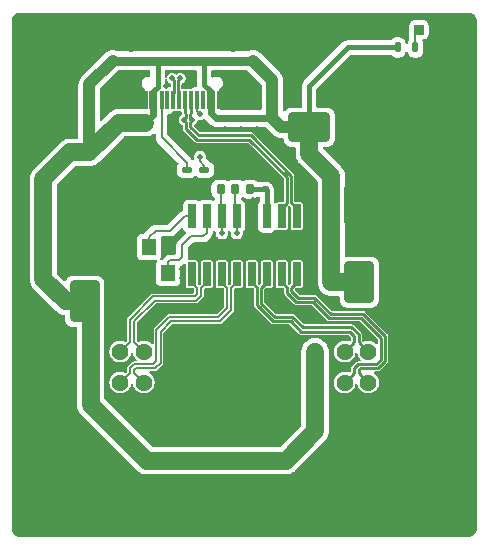
<source format=gbr>
%FSLAX46Y46*%
%MOMM*%
%ADD12C,0.200000*%
%ADD11C,0.236220*%
%ADD14C,0.400000*%
%ADD16C,0.600000*%
%ADD15C,0.800000*%
%ADD13C,1.000000*%
%ADD10C,1.500000*%
%AMPS20*
1,1,3.316000,0.000000,0.000000*
%
%ADD20PS20*%
%AMPS21*
1,1,1.428000,0.000000,0.000000*
%
%ADD21PS21*%
%AMPS19*
21,1,0.800000,0.800000,0.000000,0.000000,0.000000*
%
%ADD19PS19*%
%AMPS31*
21,1,0.600000,1.450000,0.000000,0.000000,180.000000*
%
%ADD31PS31*%
%AMPS26*
21,1,0.600000,1.950000,0.000000,0.000000,0.000000*
%
%ADD26PS26*%
%AMPS27*
21,1,0.600000,1.950000,0.000000,0.000000,180.000000*
%
%ADD27PS27*%
%AMPS28*
21,1,0.300000,1.450000,0.000000,0.000000,180.000000*
%
%ADD28PS28*%
%AMPS17*
21,1,1.400000,1.200000,0.000000,0.000000,90.000000*
%
%ADD17PS17*%
%AMPS32*
1,1,0.600000,0.000000,0.000000*
%
%ADD32PS32*%
%AMPS35*
1,1,1.500000,0.000000,0.000000*
%
%ADD35PS35*%
%AMPS33*
1,1,0.500000,0.000000,0.000000*
%
%ADD33PS33*%
%AMPS30*
21,1,1.050000,1.050000,0.000000,0.000000,270.000000*
1,1,1.050000,0.000000,-0.525000*
1,1,1.050000,0.000000,0.525000*
%
%ADD30PS30*%
%AMPS29*
21,1,1.050000,1.050000,0.000000,0.000000,270.000000*
1,1,1.050000,0.000000,-0.525000*
1,1,1.050000,0.000000,0.525000*
%
%ADD29PS29*%
%AMPS34*
1,1,1.500000,0.000000,0.000000*
%
%ADD34PS34*%
%AMPS22*
1,1,0.360000,0.195000,0.220000*
1,1,0.360000,-0.195000,-0.220000*
1,1,0.360000,-0.195000,0.220000*
21,1,0.800000,0.390000,0.000000,0.000000,90.000000*
21,1,0.440000,0.750000,0.000000,0.000000,90.000000*
1,1,0.360000,0.195000,-0.220000*
%
%ADD22PS22*%
%AMPS18*
1,1,0.240000,0.130000,-0.330000*
1,1,0.240000,-0.130000,0.330000*
1,1,0.240000,0.130000,0.330000*
21,1,0.500000,0.660000,0.000000,0.000000,0.000000*
21,1,0.260000,0.900000,0.000000,0.000000,0.000000*
1,1,0.240000,-0.130000,-0.330000*
%
%ADD18PS18*%
%AMPS25*
1,1,0.240000,-0.330000,-0.130000*
1,1,0.240000,0.330000,0.130000*
1,1,0.240000,0.330000,-0.130000*
21,1,0.500000,0.660000,0.000000,0.000000,270.000000*
21,1,0.260000,0.900000,0.000000,0.000000,270.000000*
1,1,0.240000,-0.330000,0.130000*
%
%ADD25PS25*%
%AMPS23*
1,1,0.500000,1.500000,-1.000000*
1,1,0.500000,-1.500000,1.000000*
1,1,0.500000,1.500000,1.000000*
21,1,3.500000,2.000000,0.000000,0.000000,0.000000*
21,1,3.000000,2.500000,0.000000,0.000000,0.000000*
1,1,0.500000,-1.500000,-1.000000*
%
%ADD23PS23*%
%AMPS24*
1,1,0.500000,1.000000,1.500000*
1,1,0.500000,-1.000000,-1.500000*
1,1,0.500000,-1.000000,1.500000*
21,1,3.500000,2.000000,0.000000,0.000000,90.000000*
21,1,3.000000,2.500000,0.000000,0.000000,90.000000*
1,1,0.500000,1.000000,-1.500000*
%
%ADD24PS24*%
G01*
%LPD*%
G36*
X38997499Y310000D02*
X38998723Y310007D01*
X39015716Y310215D01*
X39018175Y310276D01*
X39032636Y310809D01*
X39035086Y310929D01*
X39049505Y311815D01*
X39051947Y311995D01*
X39066412Y313240D01*
X39068862Y313482D01*
X39083250Y315078D01*
X39085684Y315378D01*
X39100018Y317325D01*
X39102446Y317685D01*
X39116733Y319984D01*
X39119145Y320402D01*
X39133404Y323056D01*
X39135818Y323537D01*
X39149983Y326536D01*
X39152373Y327072D01*
X39166481Y330422D01*
X39168868Y331020D01*
X39182832Y334701D01*
X39185193Y335355D01*
X39199104Y339389D01*
X39201452Y340101D01*
X39215269Y344478D01*
X39217602Y345249D01*
X39231272Y349952D01*
X39233584Y350779D01*
X39247158Y355825D01*
X39249444Y356707D01*
X39262903Y362089D01*
X39265169Y363027D01*
X39278500Y368741D01*
X39280752Y369740D01*
X39293867Y375748D01*
X39296079Y376794D01*
X39309129Y383163D01*
X39311322Y384267D01*
X39324153Y390924D01*
X39326316Y392080D01*
X39339024Y399074D01*
X39341170Y400289D01*
X39353643Y407560D01*
X39355734Y408814D01*
X39368083Y416422D01*
X39370165Y417740D01*
X39382318Y425647D01*
X39384356Y427009D01*
X39396276Y435187D01*
X39398282Y436599D01*
X39410027Y445088D01*
X39411999Y446551D01*
X39423523Y455319D01*
X39425460Y456831D01*
X39436742Y465861D01*
X39438634Y467413D01*
X39449740Y476757D01*
X39451604Y478366D01*
X39462434Y487943D01*
X39464251Y489589D01*
X39474880Y499463D01*
X39476657Y501155D01*
X39487008Y511255D01*
X39488743Y512990D01*
X39498843Y523341D01*
X39500535Y525118D01*
X39510409Y535747D01*
X39512058Y537567D01*
X39521659Y548425D01*
X39523260Y550280D01*
X39532555Y561326D01*
X39534112Y563224D01*
X39543178Y574551D01*
X39544692Y576491D01*
X39553448Y588000D01*
X39554907Y589968D01*
X39563400Y601718D01*
X39564815Y603726D01*
X39572999Y615655D01*
X39574361Y617693D01*
X39582254Y629825D01*
X39583569Y631902D01*
X39591160Y644222D01*
X39592422Y646328D01*
X39599730Y658868D01*
X39600935Y660995D01*
X39607920Y673684D01*
X39609080Y675854D01*
X39615732Y688675D01*
X39616836Y690869D01*
X39623185Y703878D01*
X39624235Y706097D01*
X39630277Y719289D01*
X39631271Y721531D01*
X39636979Y734847D01*
X39637916Y737111D01*
X39643279Y750520D01*
X39644164Y752814D01*
X39649221Y766419D01*
X39650048Y768728D01*
X39654755Y782410D01*
X39655525Y784742D01*
X39659891Y798524D01*
X39660603Y800872D01*
X39664645Y814810D01*
X39665300Y817176D01*
X39668983Y831150D01*
X39669578Y833528D01*
X39672925Y847620D01*
X39673463Y850015D01*
X39676462Y864180D01*
X39676943Y866594D01*
X39679597Y880853D01*
X39680015Y883265D01*
X39682314Y897552D01*
X39682674Y899980D01*
X39684621Y914314D01*
X39684921Y916748D01*
X39686517Y931136D01*
X39686759Y933586D01*
X39688004Y948051D01*
X39688184Y950493D01*
X39689070Y964912D01*
X39689190Y967362D01*
X39689723Y981823D01*
X39689783Y984278D01*
X39689992Y1001297D01*
X39690000Y1002525D01*
X39690000Y43997474D01*
X39689992Y43998702D01*
X39689783Y44015720D01*
X39689723Y44018175D01*
X39689190Y44032636D01*
X39689070Y44035086D01*
X39688184Y44049505D01*
X39688004Y44051947D01*
X39686759Y44066412D01*
X39686517Y44068862D01*
X39684921Y44083250D01*
X39684621Y44085684D01*
X39682674Y44100018D01*
X39682314Y44102446D01*
X39680015Y44116733D01*
X39679597Y44119145D01*
X39676943Y44133404D01*
X39676462Y44135818D01*
X39673463Y44149983D01*
X39672927Y44152373D01*
X39669577Y44166481D01*
X39668979Y44168868D01*
X39665298Y44182832D01*
X39664644Y44185193D01*
X39660610Y44199104D01*
X39659898Y44201452D01*
X39655521Y44215269D01*
X39654751Y44217601D01*
X39650054Y44231254D01*
X39649227Y44233565D01*
X39644162Y44247191D01*
X39643279Y44249480D01*
X39637920Y44262881D01*
X39636977Y44265156D01*
X39631248Y44278518D01*
X39630258Y44280753D01*
X39624253Y44293864D01*
X39623204Y44296082D01*
X39616840Y44309122D01*
X39615737Y44311314D01*
X39609083Y44324140D01*
X39607922Y44326312D01*
X39600918Y44339036D01*
X39599712Y44341163D01*
X39592442Y44353638D01*
X39591178Y44355747D01*
X39583573Y44368089D01*
X39582259Y44370164D01*
X39574349Y44382322D01*
X39572988Y44384360D01*
X39564815Y44396273D01*
X39563399Y44398283D01*
X39554910Y44410027D01*
X39553451Y44411995D01*
X39544681Y44423522D01*
X39543171Y44425456D01*
X39534118Y44436768D01*
X39532556Y44438671D01*
X39523264Y44449713D01*
X39521664Y44451568D01*
X39512053Y44462437D01*
X39510406Y44464254D01*
X39500537Y44474878D01*
X39498848Y44476653D01*
X39488748Y44487005D01*
X39487005Y44488748D01*
X39476653Y44498848D01*
X39474878Y44500537D01*
X39464254Y44510406D01*
X39462437Y44512053D01*
X39451568Y44521664D01*
X39449713Y44523264D01*
X39438671Y44532556D01*
X39436768Y44534118D01*
X39425456Y44543171D01*
X39423522Y44544681D01*
X39411995Y44553451D01*
X39410027Y44554910D01*
X39398283Y44563399D01*
X39396273Y44564815D01*
X39384360Y44572988D01*
X39382322Y44574349D01*
X39370164Y44582259D01*
X39368089Y44583573D01*
X39355747Y44591178D01*
X39353638Y44592442D01*
X39341163Y44599712D01*
X39339036Y44600918D01*
X39326312Y44607922D01*
X39324140Y44609083D01*
X39311314Y44615737D01*
X39309122Y44616840D01*
X39296082Y44623204D01*
X39293864Y44624253D01*
X39280753Y44630258D01*
X39278518Y44631248D01*
X39265156Y44636977D01*
X39262881Y44637920D01*
X39249480Y44643279D01*
X39247191Y44644162D01*
X39233565Y44649227D01*
X39231254Y44650054D01*
X39217601Y44654751D01*
X39215269Y44655521D01*
X39201452Y44659898D01*
X39199104Y44660610D01*
X39185193Y44664644D01*
X39182832Y44665298D01*
X39168868Y44668979D01*
X39166481Y44669577D01*
X39152373Y44672927D01*
X39149983Y44673463D01*
X39135818Y44676462D01*
X39133404Y44676943D01*
X39119145Y44679597D01*
X39116733Y44680015D01*
X39102446Y44682314D01*
X39100018Y44682674D01*
X39085684Y44684621D01*
X39083250Y44684921D01*
X39068862Y44686517D01*
X39066412Y44686759D01*
X39051947Y44688004D01*
X39049505Y44688184D01*
X39035086Y44689070D01*
X39032636Y44689190D01*
X39018175Y44689723D01*
X39015720Y44689783D01*
X38998702Y44689992D01*
X38997474Y44690000D01*
X1002525Y44690000D01*
X1001297Y44689992D01*
X984278Y44689783D01*
X981823Y44689723D01*
X967362Y44689190D01*
X964912Y44689070D01*
X950493Y44688184D01*
X948051Y44688004D01*
X933586Y44686759D01*
X931136Y44686517D01*
X916748Y44684921D01*
X914314Y44684621D01*
X899980Y44682674D01*
X897552Y44682314D01*
X883265Y44680015D01*
X880853Y44679597D01*
X866594Y44676943D01*
X864180Y44676462D01*
X850015Y44673463D01*
X847620Y44672925D01*
X833528Y44669578D01*
X831150Y44668983D01*
X817176Y44665300D01*
X814810Y44664645D01*
X800872Y44660603D01*
X798524Y44659891D01*
X784742Y44655525D01*
X782410Y44654755D01*
X768728Y44650048D01*
X766419Y44649221D01*
X752814Y44644164D01*
X750520Y44643279D01*
X737111Y44637916D01*
X734847Y44636979D01*
X721531Y44631271D01*
X719289Y44630277D01*
X706097Y44624235D01*
X703878Y44623185D01*
X690869Y44616836D01*
X688675Y44615732D01*
X675854Y44609080D01*
X673684Y44607920D01*
X660995Y44600935D01*
X658868Y44599730D01*
X646328Y44592422D01*
X644222Y44591160D01*
X631902Y44583569D01*
X629825Y44582254D01*
X617693Y44574361D01*
X615655Y44572999D01*
X603726Y44564815D01*
X601718Y44563400D01*
X589968Y44554907D01*
X588000Y44553448D01*
X576491Y44544692D01*
X574551Y44543178D01*
X563224Y44534112D01*
X561326Y44532555D01*
X550280Y44523260D01*
X548425Y44521659D01*
X537567Y44512058D01*
X535747Y44510409D01*
X525118Y44500535D01*
X523341Y44498843D01*
X512990Y44488743D01*
X511255Y44487008D01*
X501155Y44476657D01*
X499463Y44474880D01*
X489589Y44464251D01*
X487943Y44462434D01*
X478366Y44451604D01*
X476757Y44449740D01*
X467413Y44438634D01*
X465861Y44436742D01*
X456831Y44425460D01*
X455319Y44423523D01*
X446551Y44411999D01*
X445088Y44410027D01*
X436599Y44398282D01*
X435187Y44396276D01*
X427009Y44384356D01*
X425647Y44382318D01*
X417740Y44370165D01*
X416422Y44368083D01*
X408814Y44355734D01*
X407560Y44353643D01*
X400289Y44341170D01*
X399074Y44339024D01*
X392080Y44326316D01*
X390924Y44324153D01*
X384267Y44311322D01*
X383163Y44309129D01*
X376794Y44296079D01*
X375748Y44293867D01*
X369740Y44280752D01*
X368741Y44278500D01*
X363027Y44265169D01*
X362089Y44262903D01*
X356707Y44249444D01*
X355825Y44247158D01*
X350779Y44233584D01*
X349952Y44231272D01*
X345249Y44217602D01*
X344478Y44215269D01*
X340101Y44201452D01*
X339389Y44199104D01*
X335355Y44185193D01*
X334701Y44182832D01*
X331020Y44168868D01*
X330422Y44166481D01*
X327072Y44152373D01*
X326536Y44149983D01*
X323537Y44135818D01*
X323056Y44133404D01*
X320402Y44119145D01*
X319984Y44116733D01*
X317685Y44102446D01*
X317325Y44100018D01*
X315378Y44085684D01*
X315078Y44083250D01*
X313482Y44068862D01*
X313240Y44066412D01*
X311995Y44051947D01*
X311815Y44049505D01*
X310929Y44035086D01*
X310809Y44032636D01*
X310276Y44018175D01*
X310215Y44015716D01*
X310007Y43998723D01*
X310000Y43997499D01*
X310000Y1002499D01*
X310007Y1001275D01*
X310215Y984282D01*
X310276Y981823D01*
X310809Y967362D01*
X310929Y964912D01*
X311815Y950493D01*
X311995Y948051D01*
X313240Y933586D01*
X313482Y931136D01*
X315078Y916748D01*
X315378Y914314D01*
X317325Y899980D01*
X317685Y897552D01*
X319984Y883265D01*
X320402Y880853D01*
X323056Y866594D01*
X323537Y864180D01*
X326538Y850006D01*
X327075Y847612D01*
X330412Y833561D01*
X331009Y831181D01*
X334712Y817132D01*
X335365Y814769D01*
X339388Y800895D01*
X340101Y798546D01*
X344478Y784729D01*
X345249Y782395D01*
X349947Y768740D01*
X350773Y766431D01*
X355835Y752813D01*
X356718Y750524D01*
X362085Y737103D01*
X363027Y734830D01*
X368742Y721500D01*
X369734Y719261D01*
X375747Y706133D01*
X376795Y703917D01*
X383155Y690885D01*
X384259Y688692D01*
X390932Y675830D01*
X392090Y673663D01*
X399074Y660974D01*
X400283Y658841D01*
X407555Y646363D01*
X408819Y644254D01*
X416433Y631898D01*
X417745Y629825D01*
X425638Y617693D01*
X427000Y615655D01*
X435184Y603726D01*
X436600Y601716D01*
X445089Y589972D01*
X446548Y588004D01*
X455318Y576477D01*
X456830Y574541D01*
X465874Y563241D01*
X467427Y561348D01*
X476749Y550268D01*
X478358Y548403D01*
X487950Y537556D01*
X489595Y535740D01*
X499465Y525115D01*
X501154Y523341D01*
X511250Y512993D01*
X512993Y511250D01*
X523341Y501154D01*
X525115Y499465D01*
X535740Y489595D01*
X537556Y487950D01*
X548403Y478358D01*
X550268Y476749D01*
X561348Y467427D01*
X563241Y465874D01*
X574541Y456830D01*
X576477Y455318D01*
X588004Y446548D01*
X589972Y445089D01*
X601716Y436600D01*
X603726Y435184D01*
X615655Y427000D01*
X617693Y425638D01*
X629825Y417745D01*
X631898Y416433D01*
X644254Y408819D01*
X646363Y407555D01*
X658841Y400283D01*
X660974Y399074D01*
X673663Y392090D01*
X675830Y390932D01*
X688692Y384259D01*
X690885Y383155D01*
X703917Y376795D01*
X706133Y375747D01*
X719261Y369734D01*
X721500Y368742D01*
X734830Y363027D01*
X737103Y362085D01*
X750524Y356718D01*
X752813Y355835D01*
X766431Y350773D01*
X768740Y349947D01*
X782395Y345249D01*
X784729Y344478D01*
X798546Y340101D01*
X800895Y339388D01*
X814769Y335365D01*
X817132Y334712D01*
X831181Y331009D01*
X833561Y330412D01*
X847612Y327075D01*
X850006Y326538D01*
X864180Y323537D01*
X866594Y323056D01*
X880853Y320402D01*
X883265Y319984D01*
X897552Y317685D01*
X899980Y317325D01*
X914314Y315378D01*
X916748Y315078D01*
X931136Y313482D01*
X933586Y313240D01*
X948051Y311995D01*
X950493Y311815D01*
X964912Y310929D01*
X967362Y310809D01*
X981823Y310276D01*
X984282Y310215D01*
X1001275Y310007D01*
X1002499Y310000D01*
X38997499Y310000D01*
D02*
G37*
%LPC*%
G36*
X23497535Y5595000D02*
X11752465Y5595000D01*
X11707843Y5597192D01*
X11568884Y5610879D01*
X11481410Y5628278D01*
X11350124Y5668103D01*
X11267737Y5702228D01*
X11146744Y5766900D01*
X11072594Y5816445D01*
X10966568Y5903459D01*
X10935079Y5934994D01*
X10924710Y5941874D01*
X6192623Y10673961D01*
X6184994Y10685079D01*
X6153459Y10716568D01*
X6066445Y10822594D01*
X6016900Y10896744D01*
X5952228Y11017737D01*
X5918103Y11100124D01*
X5878278Y11231410D01*
X5860879Y11318884D01*
X5847192Y11457843D01*
X5845000Y11502465D01*
X5845000Y17995000D01*
X5837080Y18034004D01*
X5814575Y18066829D01*
X5781048Y18088277D01*
X5745000Y18095000D01*
X5501230Y18095000D01*
X5478915Y18095547D01*
X5458055Y18096572D01*
X5413655Y18100946D01*
X5394215Y18103830D01*
X5350442Y18112537D01*
X5331419Y18117302D01*
X5288659Y18130273D01*
X5270182Y18136885D01*
X5228964Y18153958D01*
X5211234Y18162343D01*
X5171814Y18183413D01*
X5155000Y18193492D01*
X5117886Y18218291D01*
X5102118Y18229986D01*
X5067590Y18258322D01*
X5053065Y18271487D01*
X5021487Y18303065D01*
X5008322Y18317590D01*
X4979986Y18352118D01*
X4968291Y18367886D01*
X4943492Y18405000D01*
X4933413Y18421814D01*
X4912343Y18461234D01*
X4903958Y18478964D01*
X4886885Y18520182D01*
X4880273Y18538659D01*
X4867302Y18581419D01*
X4862537Y18600442D01*
X4853830Y18644215D01*
X4850946Y18663655D01*
X4846572Y18708055D01*
X4845547Y18728915D01*
X4845000Y18751230D01*
X4845000Y19005361D01*
X4837080Y19044365D01*
X4814575Y19077190D01*
X4781048Y19098638D01*
X4754801Y19104880D01*
X4693874Y19110880D01*
X4606410Y19128278D01*
X4475124Y19168103D01*
X4392737Y19202228D01*
X4271744Y19266900D01*
X4197594Y19316445D01*
X4091568Y19403459D01*
X4060079Y19434994D01*
X4049710Y19441874D01*
X2192623Y21298961D01*
X2184994Y21310079D01*
X2153459Y21341568D01*
X2066445Y21447594D01*
X2016900Y21521744D01*
X1952228Y21642737D01*
X1918103Y21725124D01*
X1878278Y21856410D01*
X1860879Y21943884D01*
X1847192Y22082843D01*
X1845000Y22127465D01*
X1845000Y30622535D01*
X1847192Y30667158D01*
X1860879Y30806116D01*
X1878278Y30893589D01*
X1918103Y31024875D01*
X1952228Y31107262D01*
X2016900Y31228255D01*
X2066445Y31302405D01*
X2153597Y31408600D01*
X2185150Y31440391D01*
X2191232Y31449648D01*
X4424597Y33683013D01*
X4434608Y33689849D01*
X4466399Y33721402D01*
X4572594Y33808554D01*
X4646744Y33858099D01*
X4767737Y33922771D01*
X4850124Y33956896D01*
X4981420Y33996724D01*
X5068870Y34014119D01*
X5207839Y34027808D01*
X5252464Y34030000D01*
X5870000Y34030000D01*
X5909004Y34037920D01*
X5941829Y34060425D01*
X5963277Y34093952D01*
X5970000Y34130000D01*
X5970000Y38622534D01*
X5972192Y38667139D01*
X5981076Y38757351D01*
X5998474Y38844816D01*
X6024075Y38929209D01*
X6058198Y39011592D01*
X6099768Y39089363D01*
X6149313Y39163514D01*
X6205375Y39231825D01*
X6236927Y39263616D01*
X6243005Y39272867D01*
X8233340Y41263202D01*
X8266419Y41293183D01*
X8336486Y41350686D01*
X8410631Y41400228D01*
X8488410Y41441802D01*
X8570791Y41475924D01*
X8655183Y41501525D01*
X8742648Y41518923D01*
X8830420Y41527567D01*
X8919578Y41527568D01*
X9007358Y41518923D01*
X9094808Y41501527D01*
X9179208Y41475924D01*
X9266129Y41439921D01*
X9266409Y41440597D01*
X9308717Y41430000D01*
X20316282Y41430000D01*
X20358590Y41440597D01*
X20358870Y41439921D01*
X20445791Y41475924D01*
X20530191Y41501527D01*
X20617641Y41518923D01*
X20705421Y41527568D01*
X20794579Y41527567D01*
X20882351Y41518923D01*
X20969816Y41501525D01*
X21054208Y41475924D01*
X21136589Y41441802D01*
X21214368Y41400228D01*
X21288503Y41350692D01*
X21358589Y41293175D01*
X21391661Y41263201D01*
X23013202Y39641660D01*
X23043183Y39608581D01*
X23100686Y39538514D01*
X23150231Y39464363D01*
X23191801Y39386592D01*
X23225924Y39304209D01*
X23251527Y39219808D01*
X23268924Y39132354D01*
X23277808Y39042161D01*
X23280000Y38997536D01*
X23280000Y36429972D01*
X23287920Y36390968D01*
X23310425Y36358143D01*
X23343952Y36336695D01*
X23383188Y36330023D01*
X23421919Y36339182D01*
X23463147Y36374415D01*
X23468295Y36382119D01*
X23479986Y36397882D01*
X23508322Y36432410D01*
X23521487Y36446935D01*
X23553065Y36478513D01*
X23567590Y36491678D01*
X23602118Y36520014D01*
X23617886Y36531709D01*
X23655000Y36556508D01*
X23671814Y36566587D01*
X23711234Y36587657D01*
X23728964Y36596042D01*
X23770182Y36613115D01*
X23788659Y36619727D01*
X23831419Y36632698D01*
X23850442Y36637463D01*
X23894215Y36646170D01*
X23913655Y36649054D01*
X23958055Y36653428D01*
X23978915Y36654453D01*
X24001230Y36655000D01*
X24795000Y36655000D01*
X24834004Y36662920D01*
X24866829Y36685425D01*
X24888277Y36718952D01*
X24895000Y36755000D01*
X24895000Y38497537D01*
X24897191Y38542133D01*
X24900310Y38573813D01*
X24917713Y38661303D01*
X24926238Y38689406D01*
X24960363Y38771788D01*
X24974208Y38797690D01*
X25023753Y38871841D01*
X25042505Y38894690D01*
X25074059Y38926482D01*
X25080141Y38935739D01*
X28313506Y42169104D01*
X28323517Y42175940D01*
X28355309Y42207494D01*
X28378158Y42226246D01*
X28452309Y42275791D01*
X28478211Y42289636D01*
X28560593Y42323761D01*
X28588705Y42332289D01*
X28676175Y42349689D01*
X28707843Y42352808D01*
X28752465Y42355000D01*
X32370169Y42355000D01*
X32409173Y42362920D01*
X32448490Y42393854D01*
X32448913Y42393507D01*
X32478821Y42429948D01*
X32483425Y42435027D01*
X32514973Y42466575D01*
X32520052Y42471179D01*
X32554588Y42499523D01*
X32560100Y42503612D01*
X32597243Y42528428D01*
X32603129Y42531956D01*
X32642472Y42552985D01*
X32648689Y42555926D01*
X32689975Y42573028D01*
X32696420Y42575334D01*
X32739123Y42588287D01*
X32745783Y42589955D01*
X32789595Y42598672D01*
X32796378Y42599678D01*
X32840813Y42604055D01*
X32848870Y42604450D01*
X32871235Y42605000D01*
X33128765Y42605000D01*
X33151130Y42604450D01*
X33159187Y42604055D01*
X33203622Y42599678D01*
X33210405Y42598672D01*
X33254217Y42589955D01*
X33260877Y42588287D01*
X33303580Y42575334D01*
X33310025Y42573028D01*
X33351311Y42555926D01*
X33357528Y42552985D01*
X33396871Y42531956D01*
X33402757Y42528428D01*
X33439900Y42503612D01*
X33445412Y42499523D01*
X33479948Y42471179D01*
X33485027Y42466575D01*
X33516575Y42435027D01*
X33521179Y42429948D01*
X33549523Y42395412D01*
X33553612Y42389900D01*
X33578428Y42352757D01*
X33581956Y42346871D01*
X33602985Y42307528D01*
X33605926Y42301311D01*
X33623028Y42260025D01*
X33625334Y42253580D01*
X33638287Y42210877D01*
X33639955Y42204217D01*
X33648672Y42160405D01*
X33649678Y42153623D01*
X33650482Y42145457D01*
X33662187Y42107418D01*
X33687802Y42076957D01*
X33723269Y42058899D01*
X33762970Y42056105D01*
X33800617Y42069017D01*
X33830246Y42095589D01*
X33849518Y42145457D01*
X33850322Y42153623D01*
X33851328Y42160405D01*
X33860045Y42204217D01*
X33861713Y42210877D01*
X33874666Y42253580D01*
X33876972Y42260025D01*
X33894074Y42301311D01*
X33897015Y42307528D01*
X33918044Y42346871D01*
X33921572Y42352757D01*
X33946388Y42389900D01*
X33950469Y42395401D01*
X33972299Y42422000D01*
X33990921Y42457174D01*
X33995000Y42485442D01*
X33995000Y43646345D01*
X33999535Y43708220D01*
X34016502Y43778965D01*
X34045406Y43844849D01*
X34085524Y43904575D01*
X34135582Y43956246D01*
X34194005Y43998237D01*
X34258946Y44029219D01*
X34328335Y44048205D01*
X34404455Y44055000D01*
X35196345Y44055000D01*
X35258220Y44050465D01*
X35328965Y44033498D01*
X35394849Y44004594D01*
X35454575Y43964476D01*
X35506246Y43914418D01*
X35548237Y43855995D01*
X35579219Y43791054D01*
X35598205Y43721665D01*
X35605000Y43645545D01*
X35605000Y42853655D01*
X35600465Y42791780D01*
X35583498Y42721035D01*
X35554594Y42655151D01*
X35514476Y42595425D01*
X35464418Y42543754D01*
X35405995Y42501763D01*
X35341054Y42470781D01*
X35271665Y42451795D01*
X35191109Y42444604D01*
X35191159Y42444041D01*
X35156880Y42437080D01*
X35124055Y42414575D01*
X35102607Y42381048D01*
X35095935Y42341812D01*
X35105146Y42303644D01*
X35104987Y42303578D01*
X35105406Y42302567D01*
X35105482Y42302251D01*
X35105923Y42301319D01*
X35123028Y42260025D01*
X35125334Y42253580D01*
X35138287Y42210877D01*
X35139955Y42204217D01*
X35148672Y42160405D01*
X35149678Y42153622D01*
X35154055Y42109187D01*
X35154450Y42101130D01*
X35155000Y42078765D01*
X35155000Y41421235D01*
X35154450Y41398870D01*
X35154055Y41390813D01*
X35149678Y41346378D01*
X35148672Y41339595D01*
X35139955Y41295783D01*
X35138287Y41289123D01*
X35125334Y41246420D01*
X35123028Y41239975D01*
X35105926Y41198689D01*
X35102985Y41192472D01*
X35081956Y41153129D01*
X35078428Y41147243D01*
X35053612Y41110100D01*
X35049523Y41104588D01*
X35021179Y41070052D01*
X35016575Y41064973D01*
X34985027Y41033425D01*
X34979948Y41028821D01*
X34945412Y41000477D01*
X34939900Y40996388D01*
X34902757Y40971572D01*
X34896871Y40968044D01*
X34857528Y40947015D01*
X34851311Y40944074D01*
X34810025Y40926972D01*
X34803580Y40924666D01*
X34760877Y40911713D01*
X34754217Y40910045D01*
X34710405Y40901328D01*
X34703622Y40900322D01*
X34659187Y40895945D01*
X34651130Y40895550D01*
X34628765Y40895000D01*
X34371235Y40895000D01*
X34348870Y40895550D01*
X34340813Y40895945D01*
X34296378Y40900322D01*
X34289595Y40901328D01*
X34245783Y40910045D01*
X34239123Y40911713D01*
X34196420Y40924666D01*
X34189975Y40926972D01*
X34148689Y40944074D01*
X34142472Y40947015D01*
X34103129Y40968044D01*
X34097243Y40971572D01*
X34060100Y40996388D01*
X34054588Y41000477D01*
X34020052Y41028821D01*
X34014973Y41033425D01*
X33983425Y41064973D01*
X33978821Y41070052D01*
X33950477Y41104588D01*
X33946388Y41110100D01*
X33921572Y41147243D01*
X33918044Y41153129D01*
X33897015Y41192472D01*
X33894074Y41198689D01*
X33876972Y41239975D01*
X33874666Y41246420D01*
X33861713Y41289123D01*
X33860045Y41295783D01*
X33851328Y41339595D01*
X33850322Y41346377D01*
X33849518Y41354543D01*
X33837813Y41392582D01*
X33812198Y41423043D01*
X33776731Y41441101D01*
X33737030Y41443895D01*
X33699383Y41430983D01*
X33669754Y41404411D01*
X33650482Y41354543D01*
X33649678Y41346377D01*
X33648672Y41339595D01*
X33639955Y41295783D01*
X33638287Y41289123D01*
X33625334Y41246420D01*
X33623028Y41239975D01*
X33605926Y41198689D01*
X33602985Y41192472D01*
X33581956Y41153129D01*
X33578428Y41147243D01*
X33553612Y41110100D01*
X33549523Y41104588D01*
X33521179Y41070052D01*
X33516575Y41064973D01*
X33485027Y41033425D01*
X33479948Y41028821D01*
X33445412Y41000477D01*
X33439900Y40996388D01*
X33402757Y40971572D01*
X33396871Y40968044D01*
X33357528Y40947015D01*
X33351311Y40944074D01*
X33310025Y40926972D01*
X33303580Y40924666D01*
X33260877Y40911713D01*
X33254217Y40910045D01*
X33210405Y40901328D01*
X33203622Y40900322D01*
X33159187Y40895945D01*
X33151130Y40895550D01*
X33128765Y40895000D01*
X32871235Y40895000D01*
X32848870Y40895550D01*
X32840813Y40895945D01*
X32796378Y40900322D01*
X32789595Y40901328D01*
X32745783Y40910045D01*
X32739123Y40911713D01*
X32696420Y40924666D01*
X32689975Y40926972D01*
X32648689Y40944074D01*
X32642472Y40947015D01*
X32603129Y40968044D01*
X32597243Y40971572D01*
X32560100Y40996388D01*
X32554588Y41000477D01*
X32520052Y41028821D01*
X32514973Y41033425D01*
X32483425Y41064973D01*
X32478821Y41070052D01*
X32448913Y41106493D01*
X32448621Y41106253D01*
X32420886Y41131184D01*
X32370169Y41145000D01*
X29042020Y41145000D01*
X29003016Y41137080D01*
X28971309Y41115711D01*
X26134289Y38278691D01*
X26112310Y38245511D01*
X26105000Y38207980D01*
X26105000Y36755000D01*
X26112920Y36715996D01*
X26135425Y36683171D01*
X26168952Y36661723D01*
X26205000Y36655000D01*
X26998770Y36655000D01*
X27021085Y36654453D01*
X27041945Y36653428D01*
X27086345Y36649054D01*
X27105785Y36646170D01*
X27149558Y36637463D01*
X27168581Y36632698D01*
X27211341Y36619727D01*
X27229818Y36613115D01*
X27271036Y36596042D01*
X27288766Y36587657D01*
X27328186Y36566587D01*
X27345000Y36556508D01*
X27382114Y36531709D01*
X27397882Y36520014D01*
X27432410Y36491678D01*
X27446935Y36478513D01*
X27478513Y36446935D01*
X27491678Y36432410D01*
X27520014Y36397882D01*
X27531709Y36382114D01*
X27556508Y36345000D01*
X27566587Y36328186D01*
X27587657Y36288766D01*
X27596042Y36271036D01*
X27613115Y36229818D01*
X27619727Y36211341D01*
X27632698Y36168581D01*
X27637463Y36149558D01*
X27646170Y36105785D01*
X27649054Y36086345D01*
X27653428Y36041945D01*
X27654453Y36021085D01*
X27655000Y35998770D01*
X27655000Y34001230D01*
X27654453Y33978915D01*
X27653428Y33958055D01*
X27649054Y33913655D01*
X27646170Y33894215D01*
X27637463Y33850442D01*
X27632698Y33831419D01*
X27619727Y33788659D01*
X27613115Y33770182D01*
X27596042Y33728964D01*
X27587657Y33711234D01*
X27566587Y33671814D01*
X27556508Y33655000D01*
X27531709Y33617886D01*
X27520014Y33602118D01*
X27491678Y33567590D01*
X27478513Y33553065D01*
X27446935Y33521487D01*
X27432410Y33508322D01*
X27397882Y33479986D01*
X27382114Y33468291D01*
X27345000Y33443492D01*
X27328186Y33433413D01*
X27288766Y33412343D01*
X27271036Y33403958D01*
X27229818Y33386885D01*
X27211341Y33380273D01*
X27168581Y33367302D01*
X27149558Y33362537D01*
X27105785Y33353830D01*
X27086345Y33350946D01*
X27041945Y33346572D01*
X27021085Y33345547D01*
X26998770Y33345000D01*
X26779838Y33345000D01*
X26740834Y33337080D01*
X26708009Y33314575D01*
X26686561Y33281048D01*
X26679889Y33241812D01*
X26689048Y33203081D01*
X26709127Y33174289D01*
X28189977Y31693439D01*
X28219961Y31660356D01*
X28308554Y31552405D01*
X28358099Y31478255D01*
X28422771Y31357262D01*
X28456896Y31274875D01*
X28496721Y31143589D01*
X28514120Y31056117D01*
X28524403Y30951717D01*
X28524403Y30951716D01*
X28527809Y30917145D01*
X28530000Y30872553D01*
X28530000Y24120156D01*
X28537920Y24081152D01*
X28560425Y24048327D01*
X28593952Y24026879D01*
X28644676Y24021239D01*
X28663642Y24024053D01*
X28708055Y24028428D01*
X28728915Y24029453D01*
X28751230Y24030000D01*
X30748770Y24030000D01*
X30771085Y24029453D01*
X30791945Y24028428D01*
X30836345Y24024054D01*
X30855785Y24021170D01*
X30899558Y24012463D01*
X30918581Y24007698D01*
X30961341Y23994727D01*
X30979818Y23988115D01*
X31021036Y23971042D01*
X31038766Y23962657D01*
X31078186Y23941587D01*
X31095000Y23931508D01*
X31132114Y23906709D01*
X31147882Y23895014D01*
X31182410Y23866678D01*
X31196935Y23853513D01*
X31228513Y23821935D01*
X31241678Y23807410D01*
X31270014Y23772882D01*
X31281709Y23757114D01*
X31306508Y23720000D01*
X31316587Y23703186D01*
X31337657Y23663766D01*
X31346042Y23646036D01*
X31363115Y23604818D01*
X31369727Y23586341D01*
X31382698Y23543581D01*
X31387463Y23524558D01*
X31396170Y23480785D01*
X31399054Y23461345D01*
X31403428Y23416945D01*
X31404453Y23396085D01*
X31405000Y23373770D01*
X31405000Y20376230D01*
X31404453Y20353915D01*
X31403428Y20333055D01*
X31399054Y20288655D01*
X31396170Y20269215D01*
X31387463Y20225442D01*
X31382698Y20206419D01*
X31369727Y20163659D01*
X31363115Y20145182D01*
X31346042Y20103964D01*
X31337657Y20086234D01*
X31316587Y20046814D01*
X31306508Y20030000D01*
X31281709Y19992886D01*
X31270014Y19977118D01*
X31241678Y19942590D01*
X31228513Y19928065D01*
X31196935Y19896487D01*
X31182410Y19883322D01*
X31147882Y19854986D01*
X31132114Y19843291D01*
X31095000Y19818492D01*
X31078186Y19808413D01*
X31038766Y19787343D01*
X31021036Y19778958D01*
X30979818Y19761885D01*
X30961341Y19755273D01*
X30918581Y19742302D01*
X30899558Y19737537D01*
X30855785Y19728830D01*
X30836345Y19725946D01*
X30791945Y19721572D01*
X30771085Y19720547D01*
X30748770Y19720000D01*
X28751230Y19720000D01*
X28728915Y19720547D01*
X28708055Y19721572D01*
X28663655Y19725946D01*
X28644215Y19728830D01*
X28600442Y19737537D01*
X28581419Y19742302D01*
X28538659Y19755273D01*
X28520182Y19761885D01*
X28478964Y19778958D01*
X28461234Y19787343D01*
X28421814Y19808413D01*
X28405000Y19818492D01*
X28367886Y19843291D01*
X28352118Y19854986D01*
X28317590Y19883322D01*
X28303065Y19896487D01*
X28271487Y19928065D01*
X28258322Y19942590D01*
X28229986Y19977118D01*
X28218291Y19992886D01*
X28193492Y20030000D01*
X28183413Y20046814D01*
X28162343Y20086234D01*
X28153958Y20103964D01*
X28136885Y20145182D01*
X28130273Y20163659D01*
X28117302Y20206419D01*
X28112537Y20225442D01*
X28103830Y20269215D01*
X28100946Y20288655D01*
X28096572Y20333055D01*
X28095547Y20353915D01*
X28095000Y20376230D01*
X28095000Y20620000D01*
X28087080Y20659004D01*
X28064575Y20691829D01*
X28031048Y20713277D01*
X27995000Y20720000D01*
X27377465Y20720000D01*
X27332843Y20722192D01*
X27193884Y20735879D01*
X27106410Y20753278D01*
X26975124Y20793103D01*
X26892737Y20827228D01*
X26771744Y20891900D01*
X26697594Y20941445D01*
X26591544Y21028478D01*
X26528478Y21091544D01*
X26441445Y21197594D01*
X26391900Y21271744D01*
X26327228Y21392737D01*
X26293103Y21475124D01*
X26253278Y21606410D01*
X26235879Y21693884D01*
X26222192Y21832843D01*
X26220000Y21877465D01*
X26220000Y30355162D01*
X26212080Y30394166D01*
X26190711Y30425873D01*
X24692623Y31923961D01*
X24684994Y31935079D01*
X24653459Y31966568D01*
X24566445Y32072594D01*
X24516900Y32146744D01*
X24452228Y32267737D01*
X24418103Y32350124D01*
X24378278Y32481410D01*
X24360879Y32568884D01*
X24347192Y32707843D01*
X24345000Y32752465D01*
X24345000Y33245000D01*
X24337080Y33284004D01*
X24314575Y33316829D01*
X24281048Y33338277D01*
X24245000Y33345000D01*
X24001230Y33345000D01*
X23978915Y33345547D01*
X23958055Y33346572D01*
X23913655Y33350946D01*
X23894215Y33353830D01*
X23850442Y33362537D01*
X23831419Y33367302D01*
X23788659Y33380273D01*
X23770182Y33386885D01*
X23728964Y33403958D01*
X23711234Y33412343D01*
X23671814Y33433413D01*
X23655000Y33443492D01*
X23617886Y33468291D01*
X23602118Y33479986D01*
X23567590Y33508322D01*
X23553065Y33521487D01*
X23521487Y33553065D01*
X23508322Y33567590D01*
X23479986Y33602118D01*
X23468291Y33617886D01*
X23443492Y33655000D01*
X23433413Y33671814D01*
X23412343Y33711234D01*
X23403958Y33728964D01*
X23386885Y33770182D01*
X23380273Y33788659D01*
X23367302Y33831419D01*
X23362537Y33850442D01*
X23353830Y33894215D01*
X23350946Y33913655D01*
X23346572Y33958055D01*
X23345547Y33978916D01*
X23345093Y33997451D01*
X23336219Y34036249D01*
X23312916Y34068512D01*
X23278875Y34089132D01*
X23245123Y34095000D01*
X23127463Y34095000D01*
X23082863Y34097191D01*
X22992641Y34106076D01*
X22905191Y34123472D01*
X22820790Y34149075D01*
X22738407Y34183198D01*
X22660636Y34224768D01*
X22586485Y34274313D01*
X22518344Y34330235D01*
X22486857Y34361770D01*
X22476487Y34368651D01*
X21829427Y35015711D01*
X21796247Y35037690D01*
X21758716Y35045000D01*
X17627463Y35045000D01*
X17582865Y35047191D01*
X17531659Y35052233D01*
X17444210Y35069628D01*
X17397326Y35083851D01*
X17314946Y35117973D01*
X17271744Y35141066D01*
X17197604Y35190604D01*
X17159767Y35221655D01*
X17128277Y35253192D01*
X17117908Y35260072D01*
X16710821Y35667159D01*
X16703192Y35678277D01*
X16674165Y35707261D01*
X16640969Y35729216D01*
X16601839Y35736484D01*
X16547950Y35719645D01*
X16492136Y35682351D01*
X16483525Y35677748D01*
X16401123Y35643618D01*
X16391762Y35640779D01*
X16304336Y35623388D01*
X16294606Y35622429D01*
X16205404Y35622429D01*
X16195677Y35623387D01*
X16166341Y35629223D01*
X16126541Y35629065D01*
X16089956Y35613397D01*
X16062379Y35584699D01*
X16048752Y35550655D01*
X16043457Y35524038D01*
X16038690Y35505006D01*
X16031423Y35481052D01*
X16024808Y35462565D01*
X16015242Y35439473D01*
X16006847Y35421721D01*
X15995052Y35399653D01*
X15984964Y35382822D01*
X15971068Y35362026D01*
X15959371Y35346254D01*
X15943494Y35326910D01*
X15930324Y35312379D01*
X15912621Y35294676D01*
X15898090Y35281506D01*
X15878746Y35265629D01*
X15862974Y35253932D01*
X15842178Y35240036D01*
X15825347Y35229948D01*
X15803275Y35218151D01*
X15786819Y35210368D01*
X15754947Y35186533D01*
X15734895Y35152154D01*
X15729840Y35112677D01*
X15740583Y35074355D01*
X15758863Y35049258D01*
X16219112Y34589009D01*
X16252292Y34567030D01*
X16289823Y34559720D01*
X20572761Y34559720D01*
X20590920Y34558828D01*
X20606614Y34557282D01*
X20642154Y34550212D01*
X20654914Y34546341D01*
X20688389Y34532475D01*
X20700153Y34526186D01*
X20730286Y34506053D01*
X20742483Y34496044D01*
X20755932Y34483854D01*
X24168854Y31070932D01*
X24181044Y31057483D01*
X24191053Y31045286D01*
X24211186Y31015153D01*
X24217475Y31003389D01*
X24231341Y30969914D01*
X24235212Y30957154D01*
X24242282Y30921614D01*
X24243828Y30905920D01*
X24244720Y30887761D01*
X24244720Y28730000D01*
X24252640Y28690996D01*
X24275145Y28658171D01*
X24308672Y28636723D01*
X24344720Y28630000D01*
X24740103Y28630000D01*
X24783952Y28625693D01*
X24829248Y28611164D01*
X24869335Y28587159D01*
X24902922Y28554675D01*
X24928251Y28515409D01*
X24943998Y28471418D01*
X24950000Y28419266D01*
X24950000Y26479897D01*
X24945693Y26436048D01*
X24931164Y26390752D01*
X24907159Y26350665D01*
X24874675Y26317078D01*
X24835409Y26291749D01*
X24791418Y26276002D01*
X24739266Y26270000D01*
X24149897Y26270000D01*
X24106048Y26274307D01*
X24060752Y26288836D01*
X24020665Y26312841D01*
X23987078Y26345325D01*
X23961749Y26384591D01*
X23946002Y26428582D01*
X23940000Y26480734D01*
X23940000Y28230628D01*
X23932080Y28269632D01*
X23910711Y28301339D01*
X23880711Y28331339D01*
X23847531Y28353318D01*
X23808406Y28360615D01*
X23769534Y28352075D01*
X23739289Y28331339D01*
X23709289Y28301339D01*
X23687310Y28268159D01*
X23680000Y28230628D01*
X23680000Y26479897D01*
X23675693Y26436048D01*
X23661164Y26390752D01*
X23637159Y26350665D01*
X23604675Y26317078D01*
X23565409Y26291749D01*
X23521418Y26276002D01*
X23469266Y26270000D01*
X22879897Y26270000D01*
X22836048Y26274307D01*
X22790752Y26288836D01*
X22750665Y26312841D01*
X22729924Y26332901D01*
X22696382Y26354324D01*
X22657141Y26360968D01*
X22618416Y26351780D01*
X22586342Y26328216D01*
X22568827Y26301197D01*
X22559593Y26280150D01*
X22519476Y26220425D01*
X22469418Y26168754D01*
X22410995Y26126763D01*
X22346054Y26095781D01*
X22276665Y26076795D01*
X22200545Y26070000D01*
X21608655Y26070000D01*
X21546780Y26074535D01*
X21476035Y26091502D01*
X21410151Y26120406D01*
X21350425Y26160524D01*
X21298754Y26210582D01*
X21256763Y26269005D01*
X21225781Y26333946D01*
X21206795Y26403335D01*
X21200000Y26479455D01*
X21200000Y28421345D01*
X21204535Y28483220D01*
X21221502Y28553965D01*
X21250406Y28619849D01*
X21283011Y28668389D01*
X21300000Y28724149D01*
X21300000Y29045000D01*
X21292080Y29084004D01*
X21269575Y29116829D01*
X21236048Y29138277D01*
X21200000Y29145000D01*
X21177874Y29145000D01*
X21138870Y29137080D01*
X21107163Y29115711D01*
X21092411Y29100959D01*
X21082981Y29092413D01*
X21048497Y29064114D01*
X21038224Y29056495D01*
X21001109Y29031694D01*
X20990159Y29025131D01*
X20950808Y29004097D01*
X20939277Y28998642D01*
X20898009Y28981548D01*
X20886002Y28977252D01*
X20843281Y28964293D01*
X20830901Y28961192D01*
X20787128Y28952485D01*
X20774499Y28950611D01*
X20730051Y28946234D01*
X20716130Y28945550D01*
X20693765Y28945000D01*
X20306235Y28945000D01*
X20283870Y28945550D01*
X20269949Y28946234D01*
X20225501Y28950611D01*
X20212872Y28952485D01*
X20169099Y28961192D01*
X20156719Y28964293D01*
X20113998Y28977252D01*
X20101991Y28981548D01*
X20060723Y28998642D01*
X20049192Y29004097D01*
X20009841Y29025131D01*
X19998891Y29031694D01*
X19961776Y29056495D01*
X19951502Y29064115D01*
X19938439Y29074835D01*
X19903265Y29093456D01*
X19863613Y29096884D01*
X19811561Y29074835D01*
X19798492Y29064109D01*
X19795433Y29061841D01*
X19768822Y29032246D01*
X19755000Y28981518D01*
X19755000Y28890922D01*
X19762920Y28851918D01*
X19785425Y28819093D01*
X19814824Y28799347D01*
X19859850Y28779593D01*
X19919575Y28739476D01*
X19971246Y28689418D01*
X20013237Y28630995D01*
X20044219Y28566054D01*
X20063205Y28496665D01*
X20070000Y28420545D01*
X20070000Y26478655D01*
X20065465Y26416780D01*
X20048498Y26346035D01*
X20019594Y26280151D01*
X19979476Y26220425D01*
X19929418Y26168754D01*
X19915574Y26158804D01*
X19888525Y26129609D01*
X19875005Y26092176D01*
X19875860Y26058087D01*
X19876608Y26054330D01*
X19877566Y26044602D01*
X19877566Y25955396D01*
X19876608Y25945670D01*
X19859216Y25858241D01*
X19856377Y25848880D01*
X19822247Y25766478D01*
X19817644Y25757867D01*
X19768093Y25683709D01*
X19761899Y25676161D01*
X19698846Y25613108D01*
X19691286Y25606904D01*
X19617132Y25557355D01*
X19608521Y25552752D01*
X19526119Y25518622D01*
X19516758Y25515783D01*
X19429332Y25498392D01*
X19419602Y25497433D01*
X19330400Y25497433D01*
X19320670Y25498391D01*
X19233241Y25515783D01*
X19223880Y25518622D01*
X19141478Y25552752D01*
X19132870Y25557353D01*
X19058697Y25606917D01*
X19049241Y25614678D01*
X19017062Y25643844D01*
X19009612Y25654701D01*
X18978080Y25686184D01*
X18971906Y25693708D01*
X18922355Y25767866D01*
X18917751Y25776479D01*
X18883626Y25858861D01*
X18880789Y25868215D01*
X18863389Y25955688D01*
X18862190Y25967870D01*
X18860000Y26012461D01*
X18860000Y26073930D01*
X18852080Y26112934D01*
X18815760Y26156941D01*
X18810426Y26160524D01*
X18800238Y26170394D01*
X18766714Y26191845D01*
X18727479Y26198521D01*
X18688747Y26189366D01*
X18666783Y26173790D01*
X18666661Y26173960D01*
X18663069Y26171378D01*
X18662467Y26170729D01*
X18658830Y26168149D01*
X18653201Y26162338D01*
X18653988Y26161576D01*
X18636021Y26142182D01*
X18622503Y26104748D01*
X18623357Y26070671D01*
X18626608Y26054327D01*
X18627566Y26044602D01*
X18627566Y25955396D01*
X18626608Y25945670D01*
X18609216Y25858241D01*
X18606377Y25848880D01*
X18572247Y25766478D01*
X18567644Y25757867D01*
X18518093Y25683709D01*
X18511899Y25676161D01*
X18448846Y25613108D01*
X18441286Y25606904D01*
X18367132Y25557355D01*
X18358521Y25552752D01*
X18276119Y25518622D01*
X18266758Y25515783D01*
X18179332Y25498392D01*
X18169602Y25497433D01*
X18080400Y25497433D01*
X18070670Y25498391D01*
X17983241Y25515783D01*
X17973880Y25518622D01*
X17891478Y25552752D01*
X17882870Y25557353D01*
X17808697Y25606917D01*
X17799241Y25614678D01*
X17766185Y25644639D01*
X17747241Y25663583D01*
X17739612Y25674701D01*
X17708080Y25706184D01*
X17701906Y25713708D01*
X17652355Y25787866D01*
X17647751Y25796479D01*
X17613626Y25878861D01*
X17610789Y25888215D01*
X17593389Y25975688D01*
X17592190Y25987870D01*
X17590000Y26032461D01*
X17590000Y26073930D01*
X17582080Y26112934D01*
X17545760Y26156941D01*
X17540426Y26160524D01*
X17530238Y26170394D01*
X17496714Y26191845D01*
X17457479Y26198521D01*
X17418747Y26189366D01*
X17396788Y26173792D01*
X17396665Y26173963D01*
X17371625Y26155966D01*
X17344576Y26126772D01*
X17330108Y26079671D01*
X17327807Y26032836D01*
X17326609Y26020674D01*
X17309209Y25933212D01*
X17306373Y25923861D01*
X17272248Y25841479D01*
X17267644Y25832866D01*
X17218093Y25758708D01*
X17211779Y25751014D01*
X17180230Y25719227D01*
X17174152Y25709976D01*
X16865777Y25401601D01*
X16855772Y25394769D01*
X16823985Y25363220D01*
X16816291Y25356906D01*
X16742133Y25307355D01*
X16733520Y25302751D01*
X16651138Y25268626D01*
X16641794Y25265792D01*
X16554304Y25248389D01*
X16542133Y25247191D01*
X16497537Y25245000D01*
X15750598Y25245000D01*
X15711594Y25237080D01*
X15679887Y25215711D01*
X15284289Y24820113D01*
X15262310Y24786933D01*
X15255000Y24749402D01*
X15255000Y24002446D01*
X15252809Y23957855D01*
X15251609Y23945674D01*
X15233251Y23853395D01*
X15233912Y23853264D01*
X15230714Y23819401D01*
X15242724Y23781456D01*
X15268582Y23751201D01*
X15304192Y23733428D01*
X15330151Y23730000D01*
X15850103Y23730000D01*
X15893952Y23725693D01*
X15939248Y23711164D01*
X15979335Y23687159D01*
X16012922Y23654675D01*
X16038251Y23615409D01*
X16053998Y23571418D01*
X16060000Y23519266D01*
X16060000Y21743760D01*
X16067920Y21704756D01*
X16089289Y21673049D01*
X16119289Y21643049D01*
X16152469Y21621070D01*
X16191594Y21613773D01*
X16230466Y21622313D01*
X16260711Y21643049D01*
X16290711Y21673049D01*
X16312690Y21706229D01*
X16320000Y21743760D01*
X16320000Y23520103D01*
X16324307Y23563952D01*
X16338836Y23609248D01*
X16362841Y23649335D01*
X16395325Y23682922D01*
X16434591Y23708251D01*
X16478582Y23723998D01*
X16530734Y23730000D01*
X17120103Y23730000D01*
X17163952Y23725693D01*
X17209248Y23711164D01*
X17249335Y23687159D01*
X17282922Y23654675D01*
X17308251Y23615409D01*
X17323998Y23571418D01*
X17330000Y23519266D01*
X17330000Y21579897D01*
X17325693Y21536048D01*
X17311164Y21490752D01*
X17287159Y21450665D01*
X17254675Y21417078D01*
X17215409Y21391749D01*
X17171418Y21376002D01*
X17119266Y21370000D01*
X16706610Y21370000D01*
X16667606Y21362080D01*
X16634781Y21339575D01*
X16613333Y21306048D01*
X16606610Y21270000D01*
X16606610Y20742239D01*
X16605718Y20724081D01*
X16604520Y20711921D01*
X16597447Y20676368D01*
X16594611Y20667019D01*
X16580738Y20633529D01*
X16576134Y20624915D01*
X16555992Y20594771D01*
X16549673Y20587071D01*
X16536769Y20574069D01*
X16533945Y20569771D01*
X16120578Y20156404D01*
X16115930Y20153230D01*
X16102928Y20140326D01*
X16095228Y20134007D01*
X16065084Y20113865D01*
X16056470Y20109261D01*
X16022980Y20095388D01*
X16013627Y20092551D01*
X15978081Y20085480D01*
X15965899Y20084281D01*
X15947764Y20083390D01*
X12588986Y20083390D01*
X12549982Y20075470D01*
X12518275Y20054101D01*
X10945899Y18481725D01*
X10923920Y18448545D01*
X10916610Y18411014D01*
X10916610Y16957150D01*
X10924530Y16918146D01*
X10945899Y16886439D01*
X10986296Y16846042D01*
X11019476Y16824063D01*
X11058601Y16816766D01*
X11099763Y16826354D01*
X11136899Y16843918D01*
X11160018Y16853494D01*
X11221357Y16875443D01*
X11245313Y16882710D01*
X11308506Y16898538D01*
X11333053Y16903421D01*
X11397506Y16912981D01*
X11422424Y16915435D01*
X11487476Y16918632D01*
X11512524Y16918632D01*
X11577576Y16915435D01*
X11602494Y16912981D01*
X11666947Y16903421D01*
X11691494Y16898538D01*
X11754687Y16882710D01*
X11778643Y16875443D01*
X11839982Y16853494D01*
X11863109Y16843915D01*
X11922001Y16816061D01*
X11944074Y16804263D01*
X11999961Y16770766D01*
X12020768Y16756863D01*
X12073107Y16718046D01*
X12092441Y16702179D01*
X12140717Y16658425D01*
X12158432Y16640710D01*
X12159293Y16639760D01*
X12159630Y16639512D01*
X12160155Y16638987D01*
X12160235Y16639067D01*
X12191353Y16616178D01*
X12230073Y16606968D01*
X12269317Y16613590D01*
X12302871Y16634994D01*
X12325419Y16667790D01*
X12333390Y16706913D01*
X12333390Y17822764D01*
X12334281Y17840899D01*
X12335480Y17853081D01*
X12342551Y17888627D01*
X12345388Y17897980D01*
X12359261Y17931470D01*
X12363865Y17940084D01*
X12384007Y17970228D01*
X12390326Y17977928D01*
X12403230Y17990930D01*
X12406054Y17995228D01*
X13504421Y19093595D01*
X13509069Y19096769D01*
X13522071Y19109673D01*
X13529771Y19115992D01*
X13559915Y19136134D01*
X13568529Y19140738D01*
X13602019Y19154611D01*
X13611368Y19157447D01*
X13646921Y19164520D01*
X13659081Y19165718D01*
X13677239Y19166610D01*
X17661014Y19166610D01*
X17700018Y19174530D01*
X17731725Y19195899D01*
X18284101Y19748275D01*
X18306080Y19781455D01*
X18313390Y19818986D01*
X18313390Y21270000D01*
X18305470Y21309004D01*
X18282965Y21341829D01*
X18249438Y21363277D01*
X18213390Y21370000D01*
X17799897Y21370000D01*
X17756048Y21374307D01*
X17710752Y21388836D01*
X17670665Y21412841D01*
X17637078Y21445325D01*
X17611749Y21484591D01*
X17596002Y21528582D01*
X17590000Y21580734D01*
X17590000Y23520103D01*
X17594307Y23563952D01*
X17608836Y23609248D01*
X17632841Y23649335D01*
X17665325Y23682922D01*
X17704591Y23708251D01*
X17748582Y23723998D01*
X17800734Y23730000D01*
X18390103Y23730000D01*
X18433952Y23725693D01*
X18479248Y23711164D01*
X18519335Y23687159D01*
X18552922Y23654675D01*
X18578251Y23615409D01*
X18593998Y23571418D01*
X18600000Y23519266D01*
X18600000Y21743760D01*
X18607920Y21704756D01*
X18629289Y21673049D01*
X18659289Y21643049D01*
X18692469Y21621070D01*
X18731594Y21613773D01*
X18770466Y21622313D01*
X18800711Y21643049D01*
X18830711Y21673049D01*
X18852690Y21706229D01*
X18860000Y21743760D01*
X18860000Y23520103D01*
X18864307Y23563952D01*
X18878836Y23609248D01*
X18902841Y23649335D01*
X18935325Y23682922D01*
X18974591Y23708251D01*
X19018582Y23723998D01*
X19070734Y23730000D01*
X19660103Y23730000D01*
X19703952Y23725693D01*
X19749248Y23711164D01*
X19789335Y23687159D01*
X19822922Y23654675D01*
X19848251Y23615409D01*
X19863998Y23571418D01*
X19870000Y23519266D01*
X19870000Y21579897D01*
X19865693Y21536048D01*
X19851164Y21490752D01*
X19827159Y21450665D01*
X19794675Y21417078D01*
X19755409Y21391749D01*
X19711418Y21376002D01*
X19659266Y21370000D01*
X19246610Y21370000D01*
X19207606Y21362080D01*
X19174781Y21339575D01*
X19153333Y21306048D01*
X19146610Y21270000D01*
X19146610Y19532239D01*
X19145718Y19514081D01*
X19144520Y19501921D01*
X19137447Y19466368D01*
X19134611Y19457019D01*
X19120738Y19423529D01*
X19116134Y19414915D01*
X19095992Y19384771D01*
X19089673Y19377071D01*
X19076769Y19364069D01*
X19073945Y19359771D01*
X18120578Y18406404D01*
X18115930Y18403230D01*
X18102928Y18390326D01*
X18095228Y18384007D01*
X18065084Y18363865D01*
X18056470Y18359261D01*
X18022980Y18345388D01*
X18013627Y18342551D01*
X17978081Y18335480D01*
X17965899Y18334281D01*
X17947764Y18333390D01*
X13963986Y18333390D01*
X13924982Y18325470D01*
X13893275Y18304101D01*
X13195899Y17606725D01*
X13173920Y17573545D01*
X13166610Y17536014D01*
X13166610Y15052239D01*
X13165718Y15034081D01*
X13164520Y15021921D01*
X13157447Y14986368D01*
X13154611Y14977019D01*
X13140738Y14943529D01*
X13136134Y14934915D01*
X13115992Y14904771D01*
X13109673Y14897071D01*
X13096769Y14884069D01*
X13093945Y14879771D01*
X12620578Y14406404D01*
X12615930Y14403230D01*
X12602928Y14390326D01*
X12595228Y14384007D01*
X12565084Y14363865D01*
X12556470Y14359261D01*
X12522980Y14345388D01*
X12513627Y14342551D01*
X12478081Y14335480D01*
X12465899Y14334281D01*
X12447764Y14333390D01*
X12056301Y14333390D01*
X12017297Y14325470D01*
X11984472Y14302965D01*
X11963024Y14269438D01*
X11956352Y14230202D01*
X11965511Y14191471D01*
X12000744Y14150243D01*
X12020768Y14136863D01*
X12073107Y14098046D01*
X12092441Y14082179D01*
X12140717Y14038425D01*
X12158425Y14020717D01*
X12202179Y13972441D01*
X12218046Y13953107D01*
X12256863Y13900768D01*
X12270766Y13879961D01*
X12304263Y13824074D01*
X12316061Y13802001D01*
X12343915Y13743109D01*
X12353494Y13719982D01*
X12375443Y13658643D01*
X12382710Y13634687D01*
X12398538Y13571494D01*
X12403421Y13546947D01*
X12412981Y13482494D01*
X12415435Y13457576D01*
X12418632Y13392524D01*
X12418632Y13367476D01*
X12415435Y13302424D01*
X12412981Y13277506D01*
X12403421Y13213053D01*
X12398538Y13188506D01*
X12382710Y13125313D01*
X12375443Y13101357D01*
X12353494Y13040018D01*
X12343915Y13016891D01*
X12316061Y12957999D01*
X12304263Y12935926D01*
X12270766Y12880039D01*
X12256863Y12859232D01*
X12218046Y12806893D01*
X12202179Y12787559D01*
X12158425Y12739283D01*
X12140717Y12721575D01*
X12092441Y12677821D01*
X12073107Y12661954D01*
X12020768Y12623137D01*
X11999961Y12609234D01*
X11944074Y12575737D01*
X11922001Y12563939D01*
X11863109Y12536085D01*
X11839982Y12526506D01*
X11778643Y12504557D01*
X11754687Y12497290D01*
X11691494Y12481462D01*
X11666947Y12476579D01*
X11602494Y12467019D01*
X11577576Y12464565D01*
X11512524Y12461368D01*
X11487476Y12461368D01*
X11422424Y12464565D01*
X11397506Y12467019D01*
X11333053Y12476579D01*
X11308506Y12481462D01*
X11245313Y12497290D01*
X11221357Y12504557D01*
X11160018Y12526506D01*
X11136891Y12536085D01*
X11077999Y12563939D01*
X11055926Y12575737D01*
X11000039Y12609234D01*
X10979232Y12623137D01*
X10926893Y12661954D01*
X10907559Y12677821D01*
X10859283Y12721575D01*
X10841575Y12739283D01*
X10797821Y12787559D01*
X10781954Y12806893D01*
X10743137Y12859232D01*
X10729234Y12880039D01*
X10695737Y12935926D01*
X10683939Y12957999D01*
X10656085Y13016891D01*
X10646506Y13040018D01*
X10624557Y13101357D01*
X10617290Y13125313D01*
X10601462Y13188503D01*
X10598079Y13205513D01*
X10582702Y13242222D01*
X10554225Y13270026D01*
X10517159Y13284521D01*
X10477375Y13283411D01*
X10441175Y13266872D01*
X10414292Y13237523D01*
X10401921Y13205513D01*
X10398538Y13188503D01*
X10382710Y13125313D01*
X10375443Y13101357D01*
X10353494Y13040018D01*
X10343915Y13016891D01*
X10316061Y12957999D01*
X10304263Y12935926D01*
X10270766Y12880039D01*
X10256863Y12859232D01*
X10218046Y12806893D01*
X10202179Y12787559D01*
X10158425Y12739283D01*
X10140717Y12721575D01*
X10092441Y12677821D01*
X10073107Y12661954D01*
X10020768Y12623137D01*
X9999961Y12609234D01*
X9944074Y12575737D01*
X9922001Y12563939D01*
X9863109Y12536085D01*
X9839982Y12526506D01*
X9778643Y12504557D01*
X9754687Y12497290D01*
X9691494Y12481462D01*
X9666947Y12476579D01*
X9602494Y12467019D01*
X9577576Y12464565D01*
X9512524Y12461368D01*
X9487476Y12461368D01*
X9422424Y12464565D01*
X9397506Y12467019D01*
X9333053Y12476579D01*
X9308506Y12481462D01*
X9245313Y12497290D01*
X9221357Y12504557D01*
X9160018Y12526506D01*
X9136891Y12536085D01*
X9077999Y12563939D01*
X9055926Y12575737D01*
X9000039Y12609234D01*
X8979232Y12623137D01*
X8926893Y12661954D01*
X8907559Y12677821D01*
X8859283Y12721575D01*
X8841575Y12739283D01*
X8797821Y12787559D01*
X8781954Y12806893D01*
X8743137Y12859232D01*
X8729234Y12880039D01*
X8695737Y12935926D01*
X8683939Y12957999D01*
X8656085Y13016891D01*
X8646506Y13040018D01*
X8624557Y13101357D01*
X8617290Y13125313D01*
X8601462Y13188506D01*
X8596579Y13213053D01*
X8587019Y13277506D01*
X8584565Y13302424D01*
X8581368Y13367476D01*
X8581368Y13392524D01*
X8584565Y13457576D01*
X8587019Y13482494D01*
X8596579Y13546947D01*
X8601462Y13571494D01*
X8617290Y13634687D01*
X8624557Y13658643D01*
X8646506Y13719982D01*
X8656085Y13743109D01*
X8683939Y13802001D01*
X8695737Y13824074D01*
X8729234Y13879961D01*
X8743137Y13900768D01*
X8781954Y13953107D01*
X8797821Y13972441D01*
X8841575Y14020717D01*
X8859283Y14038425D01*
X8907559Y14082179D01*
X8926893Y14098046D01*
X8979232Y14136863D01*
X9000039Y14150766D01*
X9055926Y14184263D01*
X9077999Y14196061D01*
X9136891Y14223915D01*
X9160018Y14233494D01*
X9221357Y14255443D01*
X9245313Y14262710D01*
X9308506Y14278538D01*
X9333053Y14283421D01*
X9397506Y14292981D01*
X9422424Y14295435D01*
X9487476Y14298632D01*
X9512524Y14298632D01*
X9577576Y14295435D01*
X9602494Y14292981D01*
X9666947Y14283421D01*
X9691494Y14278538D01*
X9754687Y14262710D01*
X9778643Y14255443D01*
X9839982Y14233494D01*
X9863101Y14223918D01*
X9900237Y14206354D01*
X9938882Y14196838D01*
X9978179Y14203148D01*
X10013704Y14226042D01*
X10054101Y14266439D01*
X10076080Y14299619D01*
X10083390Y14337150D01*
X10083390Y14572764D01*
X10084281Y14590899D01*
X10085480Y14603081D01*
X10092551Y14638627D01*
X10095388Y14647980D01*
X10109261Y14681470D01*
X10113865Y14690084D01*
X10134007Y14720228D01*
X10140326Y14727928D01*
X10153230Y14740930D01*
X10156054Y14745228D01*
X10504421Y15093595D01*
X10509069Y15096769D01*
X10522071Y15109673D01*
X10529771Y15115992D01*
X10559915Y15136134D01*
X10568529Y15140738D01*
X10602019Y15154611D01*
X10611368Y15157447D01*
X10646921Y15164520D01*
X10659081Y15165718D01*
X10677239Y15166610D01*
X10793087Y15166610D01*
X10832091Y15174530D01*
X10864916Y15197035D01*
X10886364Y15230562D01*
X10893036Y15269798D01*
X10883877Y15308529D01*
X10860932Y15339764D01*
X10861013Y15339845D01*
X10860486Y15340372D01*
X10860240Y15340707D01*
X10859290Y15341568D01*
X10841575Y15359283D01*
X10797821Y15407559D01*
X10781954Y15426893D01*
X10743137Y15479232D01*
X10729234Y15500039D01*
X10695737Y15555926D01*
X10683939Y15577999D01*
X10656085Y15636891D01*
X10646506Y15660018D01*
X10624557Y15721357D01*
X10617290Y15745313D01*
X10601462Y15808503D01*
X10598079Y15825513D01*
X10582702Y15862222D01*
X10554225Y15890026D01*
X10517159Y15904521D01*
X10477375Y15903411D01*
X10441175Y15886872D01*
X10414292Y15857523D01*
X10401921Y15825513D01*
X10398538Y15808503D01*
X10382710Y15745313D01*
X10375443Y15721357D01*
X10353494Y15660018D01*
X10343915Y15636891D01*
X10316061Y15577999D01*
X10304263Y15555926D01*
X10270766Y15500039D01*
X10256863Y15479232D01*
X10218046Y15426893D01*
X10202179Y15407559D01*
X10158425Y15359283D01*
X10140717Y15341575D01*
X10092441Y15297821D01*
X10073107Y15281954D01*
X10020768Y15243137D01*
X9999961Y15229234D01*
X9944074Y15195737D01*
X9922001Y15183939D01*
X9863109Y15156085D01*
X9839982Y15146506D01*
X9778643Y15124557D01*
X9754687Y15117290D01*
X9691494Y15101462D01*
X9666947Y15096579D01*
X9602494Y15087019D01*
X9577576Y15084565D01*
X9512524Y15081368D01*
X9487476Y15081368D01*
X9422424Y15084565D01*
X9397506Y15087019D01*
X9333053Y15096579D01*
X9308506Y15101462D01*
X9245313Y15117290D01*
X9221357Y15124557D01*
X9160018Y15146506D01*
X9136891Y15156085D01*
X9077999Y15183939D01*
X9055926Y15195737D01*
X9000039Y15229234D01*
X8979232Y15243137D01*
X8926893Y15281954D01*
X8907559Y15297821D01*
X8859283Y15341575D01*
X8841575Y15359283D01*
X8797821Y15407559D01*
X8781954Y15426893D01*
X8743137Y15479232D01*
X8729234Y15500039D01*
X8695737Y15555926D01*
X8683939Y15577999D01*
X8656085Y15636891D01*
X8646506Y15660018D01*
X8624557Y15721357D01*
X8617290Y15745313D01*
X8601462Y15808506D01*
X8596579Y15833053D01*
X8587019Y15897506D01*
X8584565Y15922424D01*
X8581368Y15987476D01*
X8581368Y16012524D01*
X8584565Y16077576D01*
X8587019Y16102494D01*
X8596579Y16166947D01*
X8601462Y16191494D01*
X8617290Y16254687D01*
X8624557Y16278643D01*
X8646506Y16339982D01*
X8656085Y16363109D01*
X8683939Y16422001D01*
X8695737Y16444074D01*
X8729234Y16499961D01*
X8743137Y16520768D01*
X8781954Y16573107D01*
X8797821Y16592441D01*
X8841575Y16640717D01*
X8859283Y16658425D01*
X8907559Y16702179D01*
X8926893Y16718046D01*
X8979232Y16756863D01*
X9000039Y16770766D01*
X9055926Y16804263D01*
X9077999Y16816061D01*
X9136891Y16843915D01*
X9160018Y16853494D01*
X9221357Y16875443D01*
X9245313Y16882710D01*
X9308506Y16898538D01*
X9333053Y16903421D01*
X9397506Y16912981D01*
X9422424Y16915435D01*
X9487476Y16918632D01*
X9512524Y16918632D01*
X9577576Y16915435D01*
X9602494Y16912981D01*
X9666947Y16903421D01*
X9691494Y16898538D01*
X9754687Y16882710D01*
X9778643Y16875443D01*
X9839982Y16853494D01*
X9863101Y16843918D01*
X9900237Y16826354D01*
X9938882Y16816838D01*
X9978179Y16823148D01*
X10013704Y16846042D01*
X10054101Y16886439D01*
X10076080Y16919619D01*
X10083390Y16957150D01*
X10083390Y18697764D01*
X10084281Y18715899D01*
X10085480Y18728081D01*
X10092551Y18763627D01*
X10095388Y18772980D01*
X10109261Y18806470D01*
X10113865Y18815084D01*
X10134007Y18845228D01*
X10140326Y18852928D01*
X10153230Y18865930D01*
X10156054Y18870228D01*
X12129421Y20843595D01*
X12134069Y20846769D01*
X12147071Y20859673D01*
X12154771Y20865992D01*
X12184915Y20886134D01*
X12193529Y20890738D01*
X12227019Y20904611D01*
X12236368Y20907447D01*
X12271921Y20914520D01*
X12284081Y20915718D01*
X12302239Y20916610D01*
X15661014Y20916610D01*
X15700018Y20924530D01*
X15731725Y20945899D01*
X15744101Y20958275D01*
X15766080Y20991455D01*
X15773390Y21028986D01*
X15773390Y21270000D01*
X15765470Y21309004D01*
X15742965Y21341829D01*
X15709438Y21363277D01*
X15673390Y21370000D01*
X15259897Y21370000D01*
X15216048Y21374307D01*
X15170752Y21388836D01*
X15130665Y21412841D01*
X15097078Y21445325D01*
X15071749Y21484591D01*
X15056002Y21528582D01*
X15050000Y21580734D01*
X15050000Y23344402D01*
X15042080Y23383406D01*
X15019575Y23416231D01*
X14986048Y23437679D01*
X14946812Y23444351D01*
X14908081Y23435192D01*
X14879289Y23415113D01*
X14865777Y23401601D01*
X14855772Y23394769D01*
X14823985Y23363220D01*
X14816291Y23356906D01*
X14742133Y23307355D01*
X14733520Y23302751D01*
X14651138Y23268626D01*
X14641785Y23265789D01*
X14635490Y23264537D01*
X14598781Y23249160D01*
X14570978Y23220683D01*
X14555000Y23166459D01*
X14555000Y21953655D01*
X14550465Y21891780D01*
X14533498Y21821035D01*
X14504594Y21755151D01*
X14464476Y21695425D01*
X14414418Y21643754D01*
X14355995Y21601763D01*
X14291054Y21570781D01*
X14221665Y21551795D01*
X14145545Y21545000D01*
X12953655Y21545000D01*
X12891780Y21549535D01*
X12821035Y21566502D01*
X12755151Y21595406D01*
X12695425Y21635524D01*
X12643754Y21685582D01*
X12601763Y21744005D01*
X12570781Y21808946D01*
X12551795Y21878335D01*
X12545000Y21954455D01*
X12545000Y23346345D01*
X12549535Y23408220D01*
X12566502Y23478965D01*
X12595406Y23544849D01*
X12625224Y23589240D01*
X12640398Y23626034D01*
X12640019Y23665832D01*
X12624148Y23702330D01*
X12595298Y23729747D01*
X12542213Y23745000D01*
X11353655Y23745000D01*
X11291780Y23749535D01*
X11221035Y23766502D01*
X11155151Y23795406D01*
X11095425Y23835524D01*
X11043754Y23885582D01*
X11001763Y23944005D01*
X10970781Y24008946D01*
X10951795Y24078335D01*
X10945000Y24154455D01*
X10945000Y25546345D01*
X10949535Y25608220D01*
X10966502Y25678965D01*
X10995406Y25744849D01*
X11035524Y25804575D01*
X11085582Y25856246D01*
X11144005Y25898237D01*
X11208946Y25929219D01*
X11278335Y25948205D01*
X11354455Y25955000D01*
X11462501Y25955000D01*
X11501505Y25962920D01*
X11545648Y25999443D01*
X11556906Y26016291D01*
X11563220Y26023985D01*
X11594769Y26055772D01*
X11600847Y26065023D01*
X12134222Y26598398D01*
X12144227Y26605230D01*
X12176014Y26636779D01*
X12183708Y26643093D01*
X12257866Y26692644D01*
X12266479Y26697248D01*
X12348861Y26731373D01*
X12358212Y26734209D01*
X12445674Y26751609D01*
X12457855Y26752809D01*
X12502446Y26755000D01*
X13499402Y26755000D01*
X13538406Y26762920D01*
X13570113Y26784289D01*
X14584222Y27798398D01*
X14594227Y27805230D01*
X14626014Y27836779D01*
X14633708Y27843093D01*
X14707866Y27892644D01*
X14716479Y27897248D01*
X14788269Y27926985D01*
X14821273Y27949229D01*
X14842987Y27982583D01*
X14850000Y28019373D01*
X14850000Y28421345D01*
X14854535Y28483220D01*
X14871502Y28553965D01*
X14900406Y28619849D01*
X14940524Y28679575D01*
X14990582Y28731246D01*
X15049005Y28773237D01*
X15113946Y28804219D01*
X15183335Y28823205D01*
X15259455Y28830000D01*
X15851345Y28830000D01*
X15913220Y28825465D01*
X15983965Y28808498D01*
X16049849Y28779594D01*
X16109574Y28739476D01*
X16119762Y28729606D01*
X16153286Y28708155D01*
X16192521Y28701479D01*
X16231253Y28710634D01*
X16253212Y28726208D01*
X16253335Y28726037D01*
X16319005Y28773237D01*
X16383946Y28804219D01*
X16453335Y28823205D01*
X16529455Y28830000D01*
X17121345Y28830000D01*
X17183220Y28825465D01*
X17253965Y28808498D01*
X17319847Y28779595D01*
X17339241Y28766568D01*
X17376034Y28751395D01*
X17415832Y28751774D01*
X17452330Y28767645D01*
X17479747Y28796495D01*
X17495000Y28849580D01*
X17495000Y28981518D01*
X17487080Y29020522D01*
X17454567Y29061841D01*
X17451510Y29064108D01*
X17417019Y29092413D01*
X17407589Y29100959D01*
X17375959Y29132589D01*
X17367413Y29142019D01*
X17339114Y29176503D01*
X17331495Y29186776D01*
X17306694Y29223891D01*
X17300131Y29234841D01*
X17279097Y29274192D01*
X17273642Y29285723D01*
X17256548Y29326991D01*
X17252252Y29338998D01*
X17239293Y29381719D01*
X17236192Y29394099D01*
X17227485Y29437872D01*
X17225611Y29450501D01*
X17221234Y29494949D01*
X17220550Y29508870D01*
X17220000Y29531235D01*
X17220000Y29968765D01*
X17220550Y29991130D01*
X17221234Y30005051D01*
X17225611Y30049499D01*
X17227485Y30062128D01*
X17236192Y30105901D01*
X17239293Y30118281D01*
X17252252Y30161002D01*
X17256548Y30173009D01*
X17273642Y30214277D01*
X17279097Y30225808D01*
X17300131Y30265159D01*
X17306694Y30276109D01*
X17331495Y30313224D01*
X17339114Y30323497D01*
X17367413Y30357981D01*
X17375959Y30367411D01*
X17407589Y30399041D01*
X17417019Y30407587D01*
X17451503Y30435886D01*
X17461776Y30443505D01*
X17498891Y30468306D01*
X17509841Y30474869D01*
X17549192Y30495903D01*
X17560723Y30501358D01*
X17601991Y30518452D01*
X17613998Y30522748D01*
X17656719Y30535707D01*
X17669099Y30538808D01*
X17712872Y30547515D01*
X17725501Y30549389D01*
X17769949Y30553766D01*
X17783870Y30554450D01*
X17806235Y30555000D01*
X18193765Y30555000D01*
X18216130Y30554450D01*
X18230051Y30553766D01*
X18274499Y30549389D01*
X18287128Y30547515D01*
X18330901Y30538808D01*
X18343281Y30535707D01*
X18386002Y30522748D01*
X18398009Y30518452D01*
X18439277Y30501358D01*
X18450808Y30495903D01*
X18490159Y30474869D01*
X18501109Y30468306D01*
X18538224Y30443505D01*
X18548498Y30435885D01*
X18561561Y30425165D01*
X18596735Y30406544D01*
X18636387Y30403116D01*
X18688439Y30425165D01*
X18701502Y30435885D01*
X18711776Y30443505D01*
X18748891Y30468306D01*
X18759841Y30474869D01*
X18799192Y30495903D01*
X18810723Y30501358D01*
X18851991Y30518452D01*
X18863998Y30522748D01*
X18906719Y30535707D01*
X18919099Y30538808D01*
X18962872Y30547515D01*
X18975501Y30549389D01*
X19019949Y30553766D01*
X19033870Y30554450D01*
X19056235Y30555000D01*
X19443765Y30555000D01*
X19466130Y30554450D01*
X19480051Y30553766D01*
X19524499Y30549389D01*
X19537128Y30547515D01*
X19580901Y30538808D01*
X19593281Y30535707D01*
X19636002Y30522748D01*
X19648009Y30518452D01*
X19689277Y30501358D01*
X19700808Y30495903D01*
X19740159Y30474869D01*
X19751109Y30468306D01*
X19788224Y30443505D01*
X19798498Y30435885D01*
X19811561Y30425165D01*
X19846735Y30406544D01*
X19886387Y30403116D01*
X19938439Y30425165D01*
X19951502Y30435885D01*
X19961776Y30443505D01*
X19998891Y30468306D01*
X20009841Y30474869D01*
X20049192Y30495903D01*
X20060723Y30501358D01*
X20101991Y30518452D01*
X20113998Y30522748D01*
X20156719Y30535707D01*
X20169099Y30538808D01*
X20212872Y30547515D01*
X20225501Y30549389D01*
X20269949Y30553766D01*
X20283870Y30554450D01*
X20306235Y30555000D01*
X20693765Y30555000D01*
X20716130Y30554450D01*
X20730051Y30553766D01*
X20774499Y30549389D01*
X20787128Y30547515D01*
X20830901Y30538808D01*
X20843281Y30535707D01*
X20886002Y30522748D01*
X20898009Y30518452D01*
X20939277Y30501358D01*
X20950808Y30495903D01*
X20990159Y30474869D01*
X21001109Y30468306D01*
X21038224Y30443505D01*
X21048497Y30435886D01*
X21082981Y30407587D01*
X21092411Y30399041D01*
X21107163Y30384289D01*
X21140343Y30362310D01*
X21177874Y30355000D01*
X21872535Y30355000D01*
X21917158Y30352808D01*
X21948824Y30349689D01*
X22036294Y30332289D01*
X22064406Y30323761D01*
X22146788Y30289636D01*
X22172690Y30275791D01*
X22246841Y30226246D01*
X22271446Y30206053D01*
X22304530Y30176068D01*
X22331083Y30149515D01*
X22360911Y30116619D01*
X22381252Y30091834D01*
X22430788Y30017696D01*
X22444636Y29991788D01*
X22478761Y29909406D01*
X22487289Y29881294D01*
X22504689Y29793824D01*
X22507808Y29762158D01*
X22510000Y29717535D01*
X22510000Y28723360D01*
X22517920Y28684356D01*
X22528798Y28664997D01*
X22553239Y28630992D01*
X22570037Y28595783D01*
X22593980Y28563991D01*
X22628426Y28544056D01*
X22667920Y28539134D01*
X22706206Y28550007D01*
X22732172Y28569322D01*
X22745325Y28582922D01*
X22784591Y28608251D01*
X22828582Y28623998D01*
X22880734Y28630000D01*
X23275280Y28630000D01*
X23314284Y28637920D01*
X23347109Y28660425D01*
X23368557Y28693952D01*
X23375280Y28730000D01*
X23375280Y30593512D01*
X23367360Y30632516D01*
X23345991Y30664223D01*
X20349223Y33660991D01*
X20316043Y33682970D01*
X20278512Y33690280D01*
X15995572Y33690280D01*
X15977436Y33691171D01*
X15961727Y33692717D01*
X15926176Y33699789D01*
X15913421Y33703658D01*
X15879946Y33717524D01*
X15868182Y33723813D01*
X15838049Y33743946D01*
X15827782Y33752372D01*
X15814986Y33765186D01*
X15810167Y33768383D01*
X14893732Y34684818D01*
X14890186Y34689986D01*
X14877372Y34702782D01*
X14868946Y34713049D01*
X14848813Y34743182D01*
X14842524Y34754946D01*
X14828658Y34788421D01*
X14824789Y34801176D01*
X14817717Y34836727D01*
X14816171Y34852436D01*
X14815280Y34870572D01*
X14815280Y35101957D01*
X14807360Y35140961D01*
X14784855Y35173786D01*
X14748971Y35196111D01*
X14737559Y35200195D01*
X14714473Y35209758D01*
X14696725Y35218151D01*
X14674653Y35229948D01*
X14657822Y35240036D01*
X14637026Y35253932D01*
X14621254Y35265629D01*
X14601910Y35281506D01*
X14587379Y35294676D01*
X14569676Y35312379D01*
X14556506Y35326910D01*
X14540629Y35346254D01*
X14528932Y35362026D01*
X14515036Y35382822D01*
X14504948Y35399653D01*
X14493153Y35421721D01*
X14484758Y35439473D01*
X14475192Y35462565D01*
X14468577Y35481052D01*
X14461310Y35505006D01*
X14456546Y35524023D01*
X14451663Y35548574D01*
X14448783Y35567989D01*
X14446332Y35592881D01*
X14445368Y35612498D01*
X14445368Y35637502D01*
X14446332Y35657119D01*
X14448783Y35682011D01*
X14451663Y35701426D01*
X14456546Y35725977D01*
X14461310Y35744994D01*
X14468577Y35768948D01*
X14475192Y35787435D01*
X14484758Y35810527D01*
X14493153Y35828279D01*
X14504948Y35850347D01*
X14515036Y35867178D01*
X14528932Y35887974D01*
X14540629Y35903746D01*
X14556506Y35923090D01*
X14569676Y35937621D01*
X14587379Y35955324D01*
X14601910Y35968494D01*
X14621254Y35984371D01*
X14637026Y35996068D01*
X14657822Y36009964D01*
X14674653Y36020052D01*
X14696710Y36031841D01*
X14697752Y36032334D01*
X14698053Y36032559D01*
X14698893Y36033008D01*
X14698825Y36033136D01*
X14729626Y36056168D01*
X14749679Y36090546D01*
X14753081Y36142243D01*
X14749328Y36161114D01*
X14747781Y36176825D01*
X14746890Y36194961D01*
X14746890Y36250000D01*
X14738970Y36289004D01*
X14716465Y36321829D01*
X14682938Y36343277D01*
X14646890Y36350000D01*
X14354897Y36350000D01*
X14311050Y36354306D01*
X14280400Y36364138D01*
X14240841Y36368510D01*
X14216153Y36363067D01*
X14196416Y36356002D01*
X14144266Y36350000D01*
X14051070Y36350000D01*
X14012066Y36342080D01*
X13968059Y36305760D01*
X13964476Y36300425D01*
X13914418Y36248754D01*
X13855995Y36206763D01*
X13791054Y36175781D01*
X13721665Y36156795D01*
X13645545Y36150000D01*
X13605000Y36150000D01*
X13565996Y36142080D01*
X13533171Y36119575D01*
X13511723Y36086048D01*
X13505000Y36050000D01*
X13505000Y34375598D01*
X13512920Y34336594D01*
X13534289Y34304887D01*
X15480350Y32358826D01*
X15510348Y32325729D01*
X15518093Y32316291D01*
X15561853Y32250800D01*
X15590107Y32222770D01*
X15627057Y32207980D01*
X15666848Y32208773D01*
X15703179Y32225023D01*
X15730294Y32254157D01*
X15745000Y32306357D01*
X15745000Y32497537D01*
X15747191Y32542133D01*
X15748389Y32554304D01*
X15765792Y32641794D01*
X15768626Y32651138D01*
X15802751Y32733520D01*
X15807355Y32742133D01*
X15856906Y32816291D01*
X15863100Y32823839D01*
X15926160Y32886899D01*
X15933708Y32893093D01*
X16007866Y32942644D01*
X16016479Y32947248D01*
X16098861Y32981373D01*
X16108212Y32984209D01*
X16195674Y33001609D01*
X16205401Y33002567D01*
X16294600Y33002567D01*
X16304324Y33001609D01*
X16391788Y32984209D01*
X16401138Y32981373D01*
X16483520Y32947248D01*
X16492133Y32942644D01*
X16566291Y32893093D01*
X16573839Y32886899D01*
X16636899Y32823839D01*
X16643093Y32816291D01*
X16692644Y32742133D01*
X16697248Y32733520D01*
X16731373Y32651138D01*
X16734209Y32641788D01*
X16751609Y32554324D01*
X16752809Y32542147D01*
X16755000Y32497554D01*
X16755000Y32375598D01*
X16762920Y32336594D01*
X16784289Y32304887D01*
X16980350Y32108826D01*
X17010348Y32075729D01*
X17018093Y32066291D01*
X17025573Y32055097D01*
X17053827Y32027067D01*
X17083541Y32014038D01*
X17083529Y32013999D01*
X17083854Y32013900D01*
X17084425Y32013650D01*
X17085885Y32013284D01*
X17128580Y32000334D01*
X17135025Y31998028D01*
X17176311Y31980926D01*
X17182528Y31977985D01*
X17221871Y31956956D01*
X17227757Y31953428D01*
X17264900Y31928612D01*
X17270412Y31924523D01*
X17304948Y31896179D01*
X17310027Y31891575D01*
X17341575Y31860027D01*
X17346179Y31854948D01*
X17374523Y31820412D01*
X17378612Y31814900D01*
X17403428Y31777757D01*
X17406956Y31771871D01*
X17427985Y31732528D01*
X17430926Y31726311D01*
X17448028Y31685025D01*
X17450334Y31678580D01*
X17463287Y31635877D01*
X17464955Y31629217D01*
X17473672Y31585405D01*
X17474678Y31578622D01*
X17479054Y31534186D01*
X17479450Y31526127D01*
X17480000Y31503764D01*
X17480000Y31246235D01*
X17479450Y31223870D01*
X17479055Y31215813D01*
X17474678Y31171378D01*
X17473672Y31164595D01*
X17464955Y31120783D01*
X17463287Y31114123D01*
X17450334Y31071420D01*
X17448028Y31064975D01*
X17430926Y31023689D01*
X17427985Y31017472D01*
X17406956Y30978129D01*
X17403428Y30972243D01*
X17378612Y30935100D01*
X17374523Y30929588D01*
X17346179Y30895052D01*
X17341575Y30889973D01*
X17310027Y30858425D01*
X17304948Y30853821D01*
X17270412Y30825477D01*
X17264900Y30821388D01*
X17227757Y30796572D01*
X17221871Y30793044D01*
X17182528Y30772015D01*
X17176311Y30769074D01*
X17135025Y30751972D01*
X17128580Y30749666D01*
X17085877Y30736713D01*
X17079217Y30735045D01*
X17035405Y30726328D01*
X17028622Y30725322D01*
X16984187Y30720945D01*
X16976130Y30720550D01*
X16953765Y30720000D01*
X16296235Y30720000D01*
X16273870Y30720550D01*
X16265813Y30720945D01*
X16221378Y30725322D01*
X16214595Y30726328D01*
X16170783Y30735045D01*
X16164123Y30736713D01*
X16121420Y30749666D01*
X16114975Y30751972D01*
X16073689Y30769074D01*
X16067472Y30772015D01*
X16028129Y30793044D01*
X16022243Y30796572D01*
X15985100Y30821388D01*
X15979588Y30825477D01*
X15945061Y30853814D01*
X15942165Y30856439D01*
X15907949Y30876768D01*
X15868513Y30882141D01*
X15830106Y30871708D01*
X15807835Y30856439D01*
X15804939Y30853814D01*
X15770412Y30825477D01*
X15764900Y30821388D01*
X15727757Y30796572D01*
X15721871Y30793044D01*
X15682528Y30772015D01*
X15676311Y30769074D01*
X15635025Y30751972D01*
X15628580Y30749666D01*
X15585877Y30736713D01*
X15579217Y30735045D01*
X15535405Y30726328D01*
X15528622Y30725322D01*
X15484187Y30720945D01*
X15476130Y30720550D01*
X15453765Y30720000D01*
X14796235Y30720000D01*
X14773870Y30720550D01*
X14765813Y30720945D01*
X14721378Y30725322D01*
X14714595Y30726328D01*
X14670783Y30735045D01*
X14664123Y30736713D01*
X14621420Y30749666D01*
X14614975Y30751972D01*
X14573689Y30769074D01*
X14567472Y30772015D01*
X14528129Y30793044D01*
X14522243Y30796572D01*
X14485100Y30821388D01*
X14479588Y30825477D01*
X14445052Y30853821D01*
X14439973Y30858425D01*
X14408425Y30889973D01*
X14403821Y30895052D01*
X14375477Y30929588D01*
X14371388Y30935100D01*
X14346572Y30972243D01*
X14343044Y30978129D01*
X14322015Y31017472D01*
X14319074Y31023689D01*
X14301972Y31064975D01*
X14299666Y31071420D01*
X14286713Y31114123D01*
X14285045Y31120783D01*
X14276328Y31164595D01*
X14275322Y31171378D01*
X14270945Y31215813D01*
X14270550Y31223870D01*
X14270000Y31246235D01*
X14270000Y31503765D01*
X14270550Y31526130D01*
X14270945Y31534187D01*
X14275322Y31578622D01*
X14276328Y31585405D01*
X14285045Y31629217D01*
X14286713Y31635877D01*
X14299666Y31678580D01*
X14301972Y31685025D01*
X14319074Y31726311D01*
X14322015Y31732528D01*
X14343044Y31771871D01*
X14346572Y31777757D01*
X14371388Y31814900D01*
X14375477Y31820412D01*
X14403821Y31854948D01*
X14408425Y31860027D01*
X14408900Y31860502D01*
X14409021Y31860684D01*
X14410082Y31861855D01*
X14409903Y31862017D01*
X14430879Y31893682D01*
X14438176Y31932807D01*
X14429636Y31971679D01*
X14408900Y32001924D01*
X12652241Y33758583D01*
X12644612Y33769701D01*
X12613080Y33801184D01*
X12606906Y33808708D01*
X12557355Y33882866D01*
X12552751Y33891479D01*
X12518626Y33973861D01*
X12515789Y33983215D01*
X12498389Y34070688D01*
X12497190Y34082870D01*
X12495000Y34127461D01*
X12495000Y34388064D01*
X12487080Y34427068D01*
X12464575Y34459893D01*
X12431048Y34481341D01*
X12391812Y34488013D01*
X12353081Y34478854D01*
X12331561Y34465365D01*
X12302405Y34441437D01*
X12228255Y34391892D01*
X12107262Y34327220D01*
X12024875Y34293095D01*
X11893589Y34253270D01*
X11806116Y34235871D01*
X11667158Y34222184D01*
X11622535Y34219992D01*
X9894830Y34219992D01*
X9855826Y34212072D01*
X9824119Y34190703D01*
X7700402Y32066986D01*
X7690391Y32060150D01*
X7658600Y32028597D01*
X7552405Y31941445D01*
X7478255Y31891900D01*
X7357262Y31827228D01*
X7274875Y31793103D01*
X7143589Y31753278D01*
X7056116Y31735879D01*
X6917158Y31722192D01*
X6872535Y31720000D01*
X5769838Y31720000D01*
X5730834Y31712080D01*
X5699127Y31690711D01*
X4184289Y30175873D01*
X4162310Y30142693D01*
X4155000Y30105162D01*
X4155000Y22644838D01*
X4162920Y22605834D01*
X4184289Y22574127D01*
X4750069Y22008347D01*
X4783249Y21986368D01*
X4822374Y21979071D01*
X4861246Y21987611D01*
X4893709Y22010637D01*
X4911184Y22036313D01*
X4912347Y22038773D01*
X4933413Y22078186D01*
X4943492Y22095000D01*
X4968291Y22132114D01*
X4979986Y22147882D01*
X5008322Y22182410D01*
X5021487Y22196935D01*
X5053065Y22228513D01*
X5067590Y22241678D01*
X5102118Y22270014D01*
X5117886Y22281709D01*
X5155000Y22306508D01*
X5171814Y22316587D01*
X5211234Y22337657D01*
X5228964Y22346042D01*
X5270182Y22363115D01*
X5288659Y22369727D01*
X5331419Y22382698D01*
X5350442Y22387463D01*
X5394215Y22396170D01*
X5413655Y22399054D01*
X5458055Y22403428D01*
X5478915Y22404453D01*
X5501230Y22405000D01*
X7498770Y22405000D01*
X7521085Y22404453D01*
X7541945Y22403428D01*
X7586345Y22399054D01*
X7605785Y22396170D01*
X7649558Y22387463D01*
X7668581Y22382698D01*
X7711341Y22369727D01*
X7729818Y22363115D01*
X7771036Y22346042D01*
X7788766Y22337657D01*
X7828186Y22316587D01*
X7845000Y22306508D01*
X7882114Y22281709D01*
X7897882Y22270014D01*
X7932410Y22241678D01*
X7946935Y22228513D01*
X7978513Y22196935D01*
X7991678Y22182410D01*
X8020014Y22147882D01*
X8031709Y22132114D01*
X8056508Y22095000D01*
X8066587Y22078186D01*
X8087657Y22038766D01*
X8096042Y22021036D01*
X8113115Y21979818D01*
X8119727Y21961341D01*
X8132698Y21918581D01*
X8137463Y21899558D01*
X8146170Y21855785D01*
X8149054Y21836345D01*
X8153428Y21791945D01*
X8154453Y21771085D01*
X8155000Y21748770D01*
X8155000Y12019838D01*
X8162920Y11980834D01*
X8184289Y11949127D01*
X12199127Y7934289D01*
X12232307Y7912310D01*
X12269838Y7905000D01*
X22980162Y7905000D01*
X23019166Y7912920D01*
X23050873Y7934289D01*
X24815711Y9699127D01*
X24837690Y9732307D01*
X24845000Y9769838D01*
X24845000Y15997535D01*
X24847192Y16042158D01*
X24860879Y16181116D01*
X24878278Y16268589D01*
X24918103Y16399875D01*
X24952228Y16482262D01*
X25016900Y16603255D01*
X25066445Y16677405D01*
X25153478Y16783455D01*
X25216544Y16846521D01*
X25322594Y16933554D01*
X25396744Y16983099D01*
X25517737Y17047771D01*
X25600124Y17081896D01*
X25731420Y17121724D01*
X25818870Y17139119D01*
X25955406Y17152568D01*
X26044593Y17152568D01*
X26181129Y17139119D01*
X26268579Y17121724D01*
X26399875Y17081896D01*
X26482262Y17047771D01*
X26603255Y16983099D01*
X26677405Y16933554D01*
X26783455Y16846521D01*
X26846521Y16783455D01*
X26933554Y16677405D01*
X26983099Y16603255D01*
X27047771Y16482262D01*
X27081896Y16399875D01*
X27121724Y16268579D01*
X27139119Y16181129D01*
X27152808Y16042161D01*
X27155000Y15997536D01*
X27155000Y9252464D01*
X27152808Y9207839D01*
X27139119Y9068870D01*
X27121724Y8981420D01*
X27081896Y8850124D01*
X27047771Y8767737D01*
X26983099Y8646744D01*
X26933554Y8572594D01*
X26846402Y8466399D01*
X26814849Y8434608D01*
X26808767Y8425351D01*
X24325402Y5941986D01*
X24315391Y5935150D01*
X24283600Y5903597D01*
X24177405Y5816445D01*
X24103255Y5766900D01*
X23982262Y5702228D01*
X23899875Y5668103D01*
X23768589Y5628278D01*
X23681116Y5610879D01*
X23542158Y5597192D01*
X23497535Y5595000D01*
D02*
G37*
%LPC*%
G36*
X30512524Y12461368D02*
X30487476Y12461368D01*
X30422424Y12464565D01*
X30397506Y12467019D01*
X30333053Y12476579D01*
X30308506Y12481462D01*
X30245313Y12497290D01*
X30221357Y12504557D01*
X30160018Y12526506D01*
X30136891Y12536085D01*
X30077999Y12563939D01*
X30055926Y12575737D01*
X30000039Y12609234D01*
X29979232Y12623137D01*
X29926893Y12661954D01*
X29907559Y12677821D01*
X29859283Y12721575D01*
X29841575Y12739283D01*
X29797821Y12787559D01*
X29781954Y12806893D01*
X29743137Y12859232D01*
X29729234Y12880039D01*
X29695737Y12935926D01*
X29683939Y12957999D01*
X29656085Y13016891D01*
X29646506Y13040018D01*
X29624557Y13101357D01*
X29617290Y13125313D01*
X29601462Y13188503D01*
X29598079Y13205513D01*
X29582702Y13242222D01*
X29554225Y13270026D01*
X29517159Y13284521D01*
X29477375Y13283411D01*
X29441175Y13266872D01*
X29414292Y13237523D01*
X29401921Y13205513D01*
X29398538Y13188503D01*
X29382710Y13125313D01*
X29375443Y13101357D01*
X29353494Y13040018D01*
X29343915Y13016891D01*
X29316061Y12957999D01*
X29304263Y12935926D01*
X29270766Y12880039D01*
X29256863Y12859232D01*
X29218046Y12806893D01*
X29202179Y12787559D01*
X29158425Y12739283D01*
X29140717Y12721575D01*
X29092441Y12677821D01*
X29073107Y12661954D01*
X29020768Y12623137D01*
X28999961Y12609234D01*
X28944074Y12575737D01*
X28922001Y12563939D01*
X28863109Y12536085D01*
X28839982Y12526506D01*
X28778643Y12504557D01*
X28754687Y12497290D01*
X28691494Y12481462D01*
X28666947Y12476579D01*
X28602494Y12467019D01*
X28577576Y12464565D01*
X28512524Y12461368D01*
X28487476Y12461368D01*
X28422424Y12464565D01*
X28397506Y12467019D01*
X28333053Y12476579D01*
X28308506Y12481462D01*
X28245313Y12497290D01*
X28221357Y12504557D01*
X28160018Y12526506D01*
X28136891Y12536085D01*
X28077999Y12563939D01*
X28055926Y12575737D01*
X28000039Y12609234D01*
X27979232Y12623137D01*
X27926893Y12661954D01*
X27907559Y12677821D01*
X27859283Y12721575D01*
X27841575Y12739283D01*
X27797821Y12787559D01*
X27781954Y12806893D01*
X27743137Y12859232D01*
X27729234Y12880039D01*
X27695737Y12935926D01*
X27683939Y12957999D01*
X27656085Y13016891D01*
X27646506Y13040018D01*
X27624557Y13101357D01*
X27617290Y13125313D01*
X27601462Y13188506D01*
X27596579Y13213053D01*
X27587019Y13277506D01*
X27584565Y13302424D01*
X27581368Y13367476D01*
X27581368Y13392524D01*
X27584565Y13457576D01*
X27587019Y13482494D01*
X27596579Y13546947D01*
X27601462Y13571494D01*
X27617290Y13634687D01*
X27624557Y13658643D01*
X27646506Y13719982D01*
X27656085Y13743109D01*
X27683939Y13802001D01*
X27695737Y13824074D01*
X27729234Y13879961D01*
X27743137Y13900768D01*
X27781954Y13953107D01*
X27797821Y13972441D01*
X27841575Y14020717D01*
X27859283Y14038425D01*
X27907559Y14082179D01*
X27926893Y14098046D01*
X27979232Y14136863D01*
X28000039Y14150766D01*
X28055926Y14184263D01*
X28077999Y14196061D01*
X28136891Y14223915D01*
X28160018Y14233494D01*
X28221357Y14255443D01*
X28245313Y14262710D01*
X28308506Y14278538D01*
X28333053Y14283421D01*
X28397506Y14292981D01*
X28422424Y14295435D01*
X28487476Y14298632D01*
X28512524Y14298632D01*
X28577576Y14295435D01*
X28602494Y14292981D01*
X28666947Y14283421D01*
X28691494Y14278538D01*
X28754687Y14262710D01*
X28778643Y14255443D01*
X28839982Y14233494D01*
X28863109Y14223915D01*
X28882850Y14214578D01*
X28921495Y14205062D01*
X28960791Y14211372D01*
X28996316Y14234266D01*
X29035991Y14273941D01*
X29057970Y14307121D01*
X29065280Y14344652D01*
X29065280Y14572765D01*
X29066171Y14590899D01*
X29067717Y14606607D01*
X29074789Y14642161D01*
X29078658Y14654914D01*
X29092524Y14688389D01*
X29098813Y14700153D01*
X29118946Y14730286D01*
X29127518Y14740731D01*
X29140423Y14753733D01*
X29143251Y14758037D01*
X29491612Y15106398D01*
X29496266Y15109576D01*
X29509268Y15122481D01*
X29519713Y15131053D01*
X29549846Y15151186D01*
X29561610Y15157475D01*
X29595085Y15171341D01*
X29607846Y15175212D01*
X29643383Y15182281D01*
X29659081Y15183828D01*
X29677239Y15184720D01*
X29774716Y15184720D01*
X29813720Y15192640D01*
X29846545Y15215145D01*
X29867993Y15248672D01*
X29874665Y15287908D01*
X29865506Y15326639D01*
X29845427Y15355431D01*
X29841575Y15359283D01*
X29797821Y15407559D01*
X29781954Y15426893D01*
X29743137Y15479232D01*
X29729234Y15500039D01*
X29695737Y15555926D01*
X29683939Y15577999D01*
X29656085Y15636891D01*
X29646506Y15660018D01*
X29624557Y15721357D01*
X29617290Y15745313D01*
X29601462Y15808503D01*
X29598079Y15825513D01*
X29582702Y15862222D01*
X29554225Y15890026D01*
X29517159Y15904521D01*
X29477375Y15903411D01*
X29441175Y15886872D01*
X29414292Y15857523D01*
X29401921Y15825513D01*
X29398538Y15808503D01*
X29382710Y15745313D01*
X29375443Y15721357D01*
X29353494Y15660018D01*
X29343915Y15636891D01*
X29316061Y15577999D01*
X29304263Y15555926D01*
X29270766Y15500039D01*
X29256863Y15479232D01*
X29218046Y15426893D01*
X29202179Y15407559D01*
X29158425Y15359283D01*
X29140717Y15341575D01*
X29092441Y15297821D01*
X29073107Y15281954D01*
X29020768Y15243137D01*
X28999961Y15229234D01*
X28944074Y15195737D01*
X28922001Y15183939D01*
X28863109Y15156085D01*
X28839982Y15146506D01*
X28778643Y15124557D01*
X28754687Y15117290D01*
X28691494Y15101462D01*
X28666947Y15096579D01*
X28602494Y15087019D01*
X28577576Y15084565D01*
X28512524Y15081368D01*
X28487476Y15081368D01*
X28422424Y15084565D01*
X28397506Y15087019D01*
X28333053Y15096579D01*
X28308506Y15101462D01*
X28245313Y15117290D01*
X28221357Y15124557D01*
X28160018Y15146506D01*
X28136891Y15156085D01*
X28077999Y15183939D01*
X28055926Y15195737D01*
X28000039Y15229234D01*
X27979232Y15243137D01*
X27926893Y15281954D01*
X27907559Y15297821D01*
X27859283Y15341575D01*
X27841575Y15359283D01*
X27797821Y15407559D01*
X27781954Y15426893D01*
X27743137Y15479232D01*
X27729234Y15500039D01*
X27695737Y15555926D01*
X27683939Y15577999D01*
X27656085Y15636891D01*
X27646506Y15660018D01*
X27624557Y15721357D01*
X27617290Y15745313D01*
X27601462Y15808506D01*
X27596579Y15833053D01*
X27587019Y15897506D01*
X27584565Y15922424D01*
X27581368Y15987476D01*
X27581368Y16012524D01*
X27584565Y16077576D01*
X27587019Y16102494D01*
X27596579Y16166947D01*
X27601462Y16191494D01*
X27617290Y16254687D01*
X27624557Y16278643D01*
X27646506Y16339982D01*
X27656085Y16363109D01*
X27683939Y16422001D01*
X27695737Y16444074D01*
X27729234Y16499961D01*
X27743137Y16520768D01*
X27781954Y16573107D01*
X27797821Y16592441D01*
X27841575Y16640717D01*
X27859283Y16658425D01*
X27907559Y16702179D01*
X27926893Y16718046D01*
X27979232Y16756863D01*
X28000039Y16770766D01*
X28055926Y16804263D01*
X28077999Y16816061D01*
X28136891Y16843915D01*
X28160018Y16853494D01*
X28221357Y16875443D01*
X28245313Y16882710D01*
X28308506Y16898538D01*
X28333053Y16903421D01*
X28397506Y16912981D01*
X28422424Y16915435D01*
X28487476Y16918632D01*
X28512524Y16918632D01*
X28577576Y16915435D01*
X28602494Y16912981D01*
X28666947Y16903421D01*
X28691494Y16898538D01*
X28754687Y16882710D01*
X28778643Y16875443D01*
X28839982Y16853494D01*
X28863109Y16843915D01*
X28882850Y16834578D01*
X28921495Y16825062D01*
X28960791Y16831372D01*
X28996316Y16854266D01*
X29035991Y16893941D01*
X29057970Y16927121D01*
X29065280Y16964652D01*
X29065280Y17153512D01*
X29057360Y17192516D01*
X29035991Y17224223D01*
X28849223Y17410991D01*
X28816043Y17432970D01*
X28778512Y17440280D01*
X24802236Y17440280D01*
X24784100Y17441171D01*
X24768391Y17442717D01*
X24732840Y17449789D01*
X24720085Y17453658D01*
X24686610Y17467524D01*
X24674846Y17473813D01*
X24644713Y17493946D01*
X24634446Y17502372D01*
X24621650Y17515186D01*
X24616831Y17518383D01*
X23849223Y18285991D01*
X23816043Y18307970D01*
X23778512Y18315280D01*
X22427236Y18315280D01*
X22409100Y18316171D01*
X22393391Y18317717D01*
X22357840Y18324789D01*
X22345085Y18328658D01*
X22311610Y18342524D01*
X22299846Y18348813D01*
X22269713Y18368946D01*
X22259446Y18377372D01*
X22246650Y18390186D01*
X22241831Y18393383D01*
X20913732Y19721482D01*
X20910186Y19726650D01*
X20897372Y19739446D01*
X20888946Y19749713D01*
X20868813Y19779846D01*
X20862524Y19791610D01*
X20848658Y19825085D01*
X20844789Y19837840D01*
X20837717Y19873391D01*
X20836171Y19889100D01*
X20835280Y19907236D01*
X20835280Y21270000D01*
X20827360Y21309004D01*
X20804855Y21341829D01*
X20771328Y21363277D01*
X20735280Y21370000D01*
X20339897Y21370000D01*
X20296048Y21374307D01*
X20250752Y21388836D01*
X20210665Y21412841D01*
X20177078Y21445325D01*
X20151749Y21484591D01*
X20136002Y21528582D01*
X20130000Y21580734D01*
X20130000Y23520103D01*
X20134307Y23563952D01*
X20148836Y23609248D01*
X20172841Y23649335D01*
X20205325Y23682922D01*
X20244591Y23708251D01*
X20288582Y23723998D01*
X20340734Y23730000D01*
X20930103Y23730000D01*
X20973952Y23725693D01*
X21019248Y23711164D01*
X21059335Y23687159D01*
X21092922Y23654675D01*
X21118251Y23615409D01*
X21133998Y23571418D01*
X21140000Y23519266D01*
X21140000Y21769372D01*
X21147920Y21730368D01*
X21169289Y21698661D01*
X21199289Y21668661D01*
X21232469Y21646682D01*
X21271594Y21639385D01*
X21310466Y21647925D01*
X21340711Y21668661D01*
X21370711Y21698661D01*
X21392690Y21731841D01*
X21400000Y21769372D01*
X21400000Y23520103D01*
X21404307Y23563952D01*
X21418836Y23609248D01*
X21442841Y23649335D01*
X21475325Y23682922D01*
X21514591Y23708251D01*
X21558582Y23723998D01*
X21610734Y23730000D01*
X22200103Y23730000D01*
X22243952Y23725693D01*
X22289248Y23711164D01*
X22329335Y23687159D01*
X22362922Y23654675D01*
X22388251Y23615409D01*
X22403998Y23571418D01*
X22410000Y23519266D01*
X22410000Y21579897D01*
X22405693Y21536048D01*
X22391164Y21490752D01*
X22367159Y21450665D01*
X22334675Y21417078D01*
X22295409Y21391749D01*
X22251418Y21376002D01*
X22199266Y21370000D01*
X21804720Y21370000D01*
X21765716Y21362080D01*
X21732891Y21339575D01*
X21711443Y21306048D01*
X21704720Y21270000D01*
X21704720Y20201488D01*
X21712640Y20162484D01*
X21734009Y20130777D01*
X22650777Y19214009D01*
X22683957Y19192030D01*
X22721488Y19184720D01*
X24072761Y19184720D01*
X24090920Y19183828D01*
X24106614Y19182282D01*
X24142154Y19175212D01*
X24154914Y19171341D01*
X24188389Y19157475D01*
X24200153Y19151186D01*
X24230286Y19131053D01*
X24242483Y19121044D01*
X24255932Y19108854D01*
X25025777Y18339009D01*
X25058957Y18317030D01*
X25096488Y18309720D01*
X29072761Y18309720D01*
X29090920Y18308828D01*
X29106614Y18307282D01*
X29142154Y18300212D01*
X29154914Y18296341D01*
X29188389Y18282475D01*
X29200153Y18276186D01*
X29230286Y18256053D01*
X29242483Y18246044D01*
X29255932Y18233854D01*
X29858854Y17630932D01*
X29871044Y17617483D01*
X29881053Y17605286D01*
X29901186Y17575153D01*
X29907475Y17563389D01*
X29921341Y17529914D01*
X29925212Y17517154D01*
X29932282Y17481614D01*
X29933828Y17465920D01*
X29934720Y17447761D01*
X29934720Y16964652D01*
X29942640Y16925648D01*
X29964009Y16893941D01*
X30003684Y16854266D01*
X30036864Y16832287D01*
X30075989Y16824990D01*
X30117150Y16834578D01*
X30136891Y16843915D01*
X30160018Y16853494D01*
X30221357Y16875443D01*
X30245313Y16882710D01*
X30308506Y16898538D01*
X30333053Y16903421D01*
X30397506Y16912981D01*
X30422424Y16915435D01*
X30487476Y16918632D01*
X30512524Y16918632D01*
X30577576Y16915435D01*
X30602494Y16912981D01*
X30666947Y16903421D01*
X30691494Y16898538D01*
X30754687Y16882710D01*
X30778643Y16875443D01*
X30839982Y16853494D01*
X30863109Y16843915D01*
X30922001Y16816061D01*
X30944074Y16804263D01*
X30999961Y16770766D01*
X31020768Y16756863D01*
X31073107Y16718046D01*
X31092441Y16702179D01*
X31140717Y16658425D01*
X31144569Y16654573D01*
X31177749Y16632594D01*
X31216874Y16625297D01*
X31255746Y16633837D01*
X31288209Y16656863D01*
X31309119Y16690727D01*
X31315280Y16725284D01*
X31315280Y17028512D01*
X31307360Y17067516D01*
X31285991Y17099223D01*
X29849223Y18535991D01*
X29816043Y18557970D01*
X29778512Y18565280D01*
X27177236Y18565280D01*
X27159100Y18566171D01*
X27143391Y18567717D01*
X27107840Y18574789D01*
X27095085Y18578658D01*
X27061610Y18592524D01*
X27049846Y18598813D01*
X27019713Y18618946D01*
X27009446Y18627372D01*
X26996650Y18640186D01*
X26991831Y18643383D01*
X25724223Y19910991D01*
X25691043Y19932970D01*
X25653512Y19940280D01*
X24427236Y19940280D01*
X24409100Y19941171D01*
X24393391Y19942717D01*
X24357840Y19949789D01*
X24345085Y19953658D01*
X24311610Y19967524D01*
X24299846Y19973813D01*
X24269713Y19993946D01*
X24259446Y20002372D01*
X24246650Y20015186D01*
X24241831Y20018383D01*
X23453732Y20806482D01*
X23450186Y20811650D01*
X23437372Y20824446D01*
X23428946Y20834713D01*
X23408813Y20864846D01*
X23402524Y20876610D01*
X23388658Y20910085D01*
X23384789Y20922840D01*
X23377717Y20958391D01*
X23376171Y20974100D01*
X23375280Y20992236D01*
X23375280Y21270000D01*
X23367360Y21309004D01*
X23344855Y21341829D01*
X23311328Y21363277D01*
X23275280Y21370000D01*
X22879897Y21370000D01*
X22836048Y21374307D01*
X22790752Y21388836D01*
X22750665Y21412841D01*
X22717078Y21445325D01*
X22691749Y21484591D01*
X22676002Y21528582D01*
X22670000Y21580734D01*
X22670000Y23520103D01*
X22674307Y23563952D01*
X22688836Y23609248D01*
X22712841Y23649335D01*
X22745325Y23682922D01*
X22784591Y23708251D01*
X22828582Y23723998D01*
X22880734Y23730000D01*
X23470103Y23730000D01*
X23513952Y23725693D01*
X23559248Y23711164D01*
X23599335Y23687159D01*
X23632922Y23654675D01*
X23658251Y23615409D01*
X23673998Y23571418D01*
X23680000Y23519266D01*
X23680000Y21769372D01*
X23687920Y21730368D01*
X23709289Y21698661D01*
X23739289Y21668661D01*
X23772469Y21646682D01*
X23811594Y21639385D01*
X23850466Y21647925D01*
X23880711Y21668661D01*
X23910711Y21698661D01*
X23932690Y21731841D01*
X23940000Y21769372D01*
X23940000Y23520103D01*
X23944307Y23563952D01*
X23958836Y23609248D01*
X23982841Y23649335D01*
X24015325Y23682922D01*
X24054591Y23708251D01*
X24098582Y23723998D01*
X24150734Y23730000D01*
X24740103Y23730000D01*
X24783952Y23725693D01*
X24829248Y23711164D01*
X24869335Y23687159D01*
X24902922Y23654675D01*
X24928251Y23615409D01*
X24943998Y23571418D01*
X24950000Y23519266D01*
X24950000Y21579897D01*
X24945693Y21536048D01*
X24931164Y21490752D01*
X24907159Y21450665D01*
X24874675Y21417078D01*
X24835409Y21391749D01*
X24791418Y21376002D01*
X24739266Y21370000D01*
X24361208Y21370000D01*
X24322204Y21362080D01*
X24289379Y21339575D01*
X24267931Y21306048D01*
X24261259Y21266812D01*
X24270418Y21228081D01*
X24290497Y21199289D01*
X24650777Y20839009D01*
X24683957Y20817030D01*
X24721488Y20809720D01*
X25947761Y20809720D01*
X25965920Y20808828D01*
X25981614Y20807282D01*
X26017154Y20800212D01*
X26029914Y20796341D01*
X26063389Y20782475D01*
X26075153Y20776186D01*
X26105286Y20756053D01*
X26117483Y20746044D01*
X26130932Y20733854D01*
X27400777Y19464009D01*
X27433957Y19442030D01*
X27471488Y19434720D01*
X30072761Y19434720D01*
X30090920Y19433828D01*
X30106614Y19432282D01*
X30142154Y19425212D01*
X30154914Y19421341D01*
X30188389Y19407475D01*
X30200153Y19401186D01*
X30230286Y19381053D01*
X30242483Y19371044D01*
X30255932Y19358854D01*
X32108854Y17505932D01*
X32121044Y17492483D01*
X32131053Y17480286D01*
X32151186Y17450153D01*
X32157475Y17438389D01*
X32171341Y17404914D01*
X32175212Y17392154D01*
X32182282Y17356614D01*
X32183828Y17340920D01*
X32184720Y17322761D01*
X32184720Y15177239D01*
X32183828Y15159081D01*
X32182281Y15143383D01*
X32175212Y15107846D01*
X32171341Y15095085D01*
X32157475Y15061610D01*
X32151186Y15049846D01*
X32131053Y15019713D01*
X32122481Y15009268D01*
X32109576Y14996266D01*
X32106748Y14991962D01*
X31508387Y14393601D01*
X31503733Y14390423D01*
X31490731Y14377518D01*
X31480286Y14368946D01*
X31450153Y14348813D01*
X31438389Y14342524D01*
X31404914Y14328658D01*
X31392161Y14324789D01*
X31356607Y14317717D01*
X31340899Y14316171D01*
X31322765Y14315280D01*
X31082905Y14315280D01*
X31043901Y14307360D01*
X31011076Y14284855D01*
X30989628Y14251328D01*
X30982956Y14212092D01*
X30992115Y14173361D01*
X31023335Y14134959D01*
X31073110Y14098043D01*
X31092441Y14082179D01*
X31140717Y14038425D01*
X31158425Y14020717D01*
X31202179Y13972441D01*
X31218046Y13953107D01*
X31256863Y13900768D01*
X31270766Y13879961D01*
X31304263Y13824074D01*
X31316061Y13802001D01*
X31343915Y13743109D01*
X31353494Y13719982D01*
X31375443Y13658643D01*
X31382710Y13634687D01*
X31398538Y13571494D01*
X31403421Y13546947D01*
X31412981Y13482494D01*
X31415435Y13457576D01*
X31418632Y13392524D01*
X31418632Y13367476D01*
X31415435Y13302424D01*
X31412981Y13277506D01*
X31403421Y13213053D01*
X31398538Y13188506D01*
X31382710Y13125313D01*
X31375443Y13101357D01*
X31353494Y13040018D01*
X31343915Y13016891D01*
X31316061Y12957999D01*
X31304263Y12935926D01*
X31270766Y12880039D01*
X31256863Y12859232D01*
X31218046Y12806893D01*
X31202179Y12787559D01*
X31158425Y12739283D01*
X31140717Y12721575D01*
X31092441Y12677821D01*
X31073107Y12661954D01*
X31020768Y12623137D01*
X30999961Y12609234D01*
X30944074Y12575737D01*
X30922001Y12563939D01*
X30863109Y12536085D01*
X30839982Y12526506D01*
X30778643Y12504557D01*
X30754687Y12497290D01*
X30691494Y12481462D01*
X30666947Y12476579D01*
X30602494Y12467019D01*
X30577576Y12464565D01*
X30512524Y12461368D01*
D02*
G37*
%LPD*%
G36*
X21370000Y36455000D02*
X21409004Y36462920D01*
X21441829Y36485425D01*
X21463277Y36518952D01*
X21470000Y36555000D01*
X21470000Y38583716D01*
X21462080Y38622720D01*
X21440711Y38654427D01*
X20304427Y39790711D01*
X20271247Y39812690D01*
X20233716Y39820000D01*
X17330000Y39820000D01*
X17290996Y39812080D01*
X17258171Y39789575D01*
X17236723Y39756048D01*
X17230000Y39720000D01*
X17230000Y39301581D01*
X17237920Y39262577D01*
X17260425Y39229752D01*
X17293952Y39208304D01*
X17333188Y39201632D01*
X17377139Y39213389D01*
X17389577Y39220037D01*
X17416192Y39232625D01*
X17439305Y39242199D01*
X17467021Y39252116D01*
X17490972Y39259382D01*
X17519549Y39266539D01*
X17544049Y39271413D01*
X17573183Y39275734D01*
X17598100Y39278188D01*
X17627475Y39279632D01*
X17652525Y39279632D01*
X17681900Y39278188D01*
X17706817Y39275734D01*
X17735951Y39271413D01*
X17760451Y39266539D01*
X17789028Y39259382D01*
X17812979Y39252116D01*
X17840695Y39242199D01*
X17863808Y39232625D01*
X17890414Y39220041D01*
X17912485Y39208244D01*
X17937733Y39193111D01*
X17958540Y39179208D01*
X17982179Y39161676D01*
X18001528Y39145797D01*
X18023330Y39126037D01*
X18041037Y39108330D01*
X18060797Y39086528D01*
X18076676Y39067179D01*
X18094208Y39043540D01*
X18108111Y39022733D01*
X18123244Y38997485D01*
X18135041Y38975414D01*
X18147625Y38948808D01*
X18157199Y38925695D01*
X18167116Y38897979D01*
X18174382Y38874028D01*
X18181539Y38845451D01*
X18186413Y38820951D01*
X18190734Y38791817D01*
X18193188Y38766900D01*
X18194632Y38737525D01*
X18194632Y38712475D01*
X18193188Y38683100D01*
X18190734Y38658183D01*
X18186413Y38629049D01*
X18181539Y38604549D01*
X18174382Y38575972D01*
X18167116Y38552021D01*
X18157199Y38524305D01*
X18147625Y38501192D01*
X18135041Y38474586D01*
X18123244Y38452515D01*
X18108111Y38427267D01*
X18094208Y38406460D01*
X18076676Y38382821D01*
X18060797Y38363472D01*
X18041037Y38341670D01*
X18023330Y38323963D01*
X18001528Y38304203D01*
X17982179Y38288324D01*
X17958540Y38270792D01*
X17937735Y38256890D01*
X17926472Y38250139D01*
X17897090Y38223293D01*
X17880505Y38187114D01*
X17881429Y38137976D01*
X17898206Y38076661D01*
X17905000Y38000545D01*
X17905000Y36555000D01*
X17912920Y36515996D01*
X17935425Y36483171D01*
X17968952Y36461723D01*
X18005000Y36455000D01*
X21370000Y36455000D01*
D02*
G37*
%LPD*%
G36*
X15259159Y38191490D02*
X15283847Y38196933D01*
X15303584Y38203998D01*
X15355734Y38210000D01*
X15448930Y38210000D01*
X15487934Y38217920D01*
X15531941Y38254240D01*
X15535524Y38259575D01*
X15585582Y38311246D01*
X15644005Y38353237D01*
X15708946Y38384219D01*
X15778335Y38403205D01*
X15854455Y38410000D01*
X15928283Y38410000D01*
X15967287Y38417920D01*
X16000112Y38440425D01*
X16021560Y38473952D01*
X16026362Y38529509D01*
X16025309Y38534801D01*
X16022190Y38566483D01*
X16020000Y38611075D01*
X16020000Y39720000D01*
X16012080Y39759004D01*
X15989575Y39791829D01*
X15956048Y39813277D01*
X15920000Y39820000D01*
X13365010Y39820000D01*
X13326006Y39812080D01*
X13293181Y39789575D01*
X13271733Y39756048D01*
X13265010Y39720000D01*
X13265010Y39272025D01*
X13272930Y39233021D01*
X13295435Y39200196D01*
X13328962Y39178748D01*
X13368198Y39172076D01*
X13406929Y39181235D01*
X13439020Y39204776D01*
X13460704Y39242995D01*
X13468581Y39268961D01*
X13475192Y39287435D01*
X13484758Y39310527D01*
X13493153Y39328279D01*
X13504948Y39350347D01*
X13515036Y39367178D01*
X13528932Y39387974D01*
X13540629Y39403746D01*
X13556506Y39423090D01*
X13569676Y39437621D01*
X13587379Y39455324D01*
X13601910Y39468494D01*
X13621254Y39484371D01*
X13637026Y39496068D01*
X13657822Y39509964D01*
X13674653Y39520052D01*
X13696721Y39531847D01*
X13714473Y39540242D01*
X13737565Y39549808D01*
X13756052Y39556423D01*
X13780006Y39563690D01*
X13799023Y39568454D01*
X13823574Y39573337D01*
X13842989Y39576217D01*
X13867881Y39578668D01*
X13887498Y39579632D01*
X13912502Y39579632D01*
X13932119Y39578668D01*
X13957011Y39576217D01*
X13976426Y39573337D01*
X14000977Y39568454D01*
X14019994Y39563690D01*
X14043948Y39556423D01*
X14062435Y39549808D01*
X14085527Y39540242D01*
X14103279Y39531847D01*
X14125347Y39520052D01*
X14142178Y39509964D01*
X14162974Y39496068D01*
X14178748Y39484370D01*
X14186557Y39477960D01*
X14221731Y39459337D01*
X14261382Y39455908D01*
X14313443Y39477960D01*
X14321252Y39484370D01*
X14337026Y39496068D01*
X14357822Y39509964D01*
X14374653Y39520052D01*
X14396721Y39531847D01*
X14414473Y39540242D01*
X14437565Y39549808D01*
X14456052Y39556423D01*
X14480006Y39563690D01*
X14499023Y39568454D01*
X14523574Y39573337D01*
X14542989Y39576217D01*
X14567881Y39578668D01*
X14587498Y39579632D01*
X14612502Y39579632D01*
X14632119Y39578668D01*
X14657011Y39576217D01*
X14676426Y39573337D01*
X14700977Y39568454D01*
X14719994Y39563690D01*
X14743948Y39556423D01*
X14762435Y39549808D01*
X14785527Y39540242D01*
X14803279Y39531847D01*
X14825347Y39520052D01*
X14842178Y39509964D01*
X14862974Y39496068D01*
X14878746Y39484371D01*
X14898090Y39468494D01*
X14912621Y39455324D01*
X14930324Y39437621D01*
X14943494Y39423090D01*
X14959371Y39403746D01*
X14971068Y39387974D01*
X14984964Y39367178D01*
X14995052Y39350347D01*
X15006847Y39328279D01*
X15015242Y39310527D01*
X15024808Y39287435D01*
X15031423Y39268948D01*
X15038690Y39244994D01*
X15043454Y39225977D01*
X15048337Y39201426D01*
X15051217Y39182011D01*
X15053668Y39157119D01*
X15054632Y39137502D01*
X15054632Y39112498D01*
X15053668Y39092881D01*
X15051217Y39067989D01*
X15048337Y39048574D01*
X15043454Y39024023D01*
X15038690Y39005006D01*
X15031423Y38981052D01*
X15024808Y38962565D01*
X15015242Y38939473D01*
X15006847Y38921721D01*
X14995052Y38899653D01*
X14984964Y38882822D01*
X14971068Y38862026D01*
X14959371Y38846254D01*
X14943494Y38826910D01*
X14930324Y38812379D01*
X14912621Y38794676D01*
X14898090Y38781506D01*
X14878746Y38765629D01*
X14862974Y38753932D01*
X14842178Y38740036D01*
X14825347Y38729948D01*
X14803279Y38718153D01*
X14785527Y38709758D01*
X14762441Y38700195D01*
X14751029Y38696111D01*
X14716974Y38675513D01*
X14693650Y38643264D01*
X14684720Y38601957D01*
X14684720Y38302487D01*
X14692640Y38263483D01*
X14715145Y38230658D01*
X14748672Y38209210D01*
X14796153Y38203143D01*
X14855733Y38210000D01*
X15145103Y38210000D01*
X15188950Y38205694D01*
X15219600Y38195862D01*
X15259159Y38191490D01*
D02*
G37*
%LPD*%
G36*
X7883188Y35554889D02*
X7921919Y35564048D01*
X7950711Y35584127D01*
X8549589Y36183005D01*
X8559600Y36189841D01*
X8591391Y36221394D01*
X8697586Y36308546D01*
X8771736Y36358091D01*
X8892729Y36422763D01*
X8975116Y36456888D01*
X9106412Y36496716D01*
X9193862Y36514111D01*
X9332831Y36527800D01*
X9377456Y36529992D01*
X11495000Y36529992D01*
X11534004Y36537912D01*
X11566829Y36560417D01*
X11588277Y36593944D01*
X11595000Y36629992D01*
X11595000Y38001345D01*
X11599535Y38063219D01*
X11618346Y38141654D01*
X11619740Y38181429D01*
X11605510Y38218598D01*
X11572511Y38250749D01*
X11562269Y38256887D01*
X11541460Y38270792D01*
X11517821Y38288324D01*
X11498472Y38304203D01*
X11476670Y38323963D01*
X11458963Y38341670D01*
X11439203Y38363472D01*
X11423324Y38382821D01*
X11405792Y38406460D01*
X11391889Y38427267D01*
X11376756Y38452515D01*
X11364959Y38474586D01*
X11352375Y38501192D01*
X11342801Y38524305D01*
X11332884Y38552021D01*
X11325618Y38575972D01*
X11318461Y38604549D01*
X11313587Y38629049D01*
X11309266Y38658183D01*
X11306812Y38683100D01*
X11305368Y38712475D01*
X11305368Y38737525D01*
X11306812Y38766900D01*
X11309266Y38791817D01*
X11313587Y38820951D01*
X11318461Y38845451D01*
X11325618Y38874028D01*
X11332884Y38897979D01*
X11342801Y38925695D01*
X11352375Y38948808D01*
X11364959Y38975414D01*
X11376756Y38997485D01*
X11391889Y39022733D01*
X11405792Y39043540D01*
X11423324Y39067179D01*
X11439203Y39086528D01*
X11458963Y39108330D01*
X11476670Y39126037D01*
X11498472Y39145797D01*
X11517821Y39161676D01*
X11541460Y39179208D01*
X11562267Y39193111D01*
X11587515Y39208244D01*
X11609586Y39220041D01*
X11636192Y39232625D01*
X11659305Y39242199D01*
X11687021Y39252116D01*
X11710972Y39259382D01*
X11739549Y39266539D01*
X11764049Y39271413D01*
X11793183Y39275734D01*
X11818100Y39278188D01*
X11847475Y39279632D01*
X11872525Y39279632D01*
X11901900Y39278188D01*
X11926820Y39275734D01*
X11940338Y39273729D01*
X11980081Y39275841D01*
X12015853Y39293286D01*
X12041988Y39323303D01*
X12055010Y39372647D01*
X12055010Y39720000D01*
X12047090Y39759004D01*
X12024585Y39791829D01*
X11991058Y39813277D01*
X11955010Y39820000D01*
X9391284Y39820000D01*
X9352280Y39812080D01*
X9320573Y39790711D01*
X7809289Y38279427D01*
X7787310Y38246247D01*
X7780000Y38208716D01*
X7780000Y35654838D01*
X7787920Y35615834D01*
X7810425Y35583009D01*
X7843952Y35561561D01*
X7883188Y35554889D01*
D02*
G37*
%LPD*%
G36*
X13707970Y38405483D02*
X13747448Y38410530D01*
X13781831Y38430576D01*
X13805672Y38462444D01*
X13815280Y38505215D01*
X13815280Y38601957D01*
X13807360Y38640961D01*
X13784855Y38673786D01*
X13748971Y38696111D01*
X13737559Y38700195D01*
X13714473Y38709758D01*
X13696721Y38718153D01*
X13674653Y38729948D01*
X13657822Y38740036D01*
X13637026Y38753932D01*
X13621254Y38765629D01*
X13601910Y38781506D01*
X13587379Y38794676D01*
X13569676Y38812379D01*
X13556506Y38826910D01*
X13540629Y38846254D01*
X13528932Y38862026D01*
X13515036Y38882822D01*
X13504948Y38899653D01*
X13493153Y38921721D01*
X13484758Y38939473D01*
X13475192Y38962565D01*
X13468581Y38981039D01*
X13460704Y39007005D01*
X13441802Y39042030D01*
X13410736Y39066908D01*
X13372428Y39077700D01*
X13332944Y39072694D01*
X13298540Y39052686D01*
X13274664Y39020843D01*
X13265010Y38977975D01*
X13265010Y38510000D01*
X13272930Y38470996D01*
X13295435Y38438171D01*
X13328962Y38416723D01*
X13365010Y38410000D01*
X13646346Y38410000D01*
X13707970Y38405483D01*
D02*
G37*
%LPD*%
G36*
X13029093Y23755000D02*
X13068097Y23762920D01*
X13112240Y23799443D01*
X13156906Y23866290D01*
X13163220Y23873984D01*
X13194769Y23905771D01*
X13200847Y23915022D01*
X13384223Y24098398D01*
X13394228Y24105230D01*
X13426015Y24136779D01*
X13433709Y24143093D01*
X13507867Y24192644D01*
X13516480Y24197248D01*
X13598862Y24231373D01*
X13608213Y24234209D01*
X13695675Y24251609D01*
X13707856Y24252809D01*
X13752447Y24255000D01*
X14145000Y24255000D01*
X14184004Y24262920D01*
X14216829Y24285425D01*
X14238277Y24318952D01*
X14245000Y24355000D01*
X14245000Y24997537D01*
X14247191Y25042133D01*
X14248389Y25054304D01*
X14265792Y25141794D01*
X14268626Y25151138D01*
X14302751Y25233520D01*
X14307355Y25242133D01*
X14356906Y25316291D01*
X14363220Y25323985D01*
X14394769Y25355772D01*
X14400847Y25365023D01*
X15031677Y25995853D01*
X15053656Y26029033D01*
X15060953Y26068158D01*
X15052413Y26107030D01*
X15016726Y26149575D01*
X15000425Y26160524D01*
X14948754Y26210582D01*
X14906763Y26269005D01*
X14875781Y26333946D01*
X14856795Y26403335D01*
X14856209Y26409897D01*
X14844853Y26448042D01*
X14819519Y26478736D01*
X14784219Y26497119D01*
X14744545Y26500277D01*
X14706781Y26487711D01*
X14685894Y26471718D01*
X14115777Y25901601D01*
X14105772Y25894769D01*
X14073985Y25863220D01*
X14066291Y25856906D01*
X13992133Y25807355D01*
X13983520Y25802751D01*
X13901138Y25768626D01*
X13891794Y25765792D01*
X13804304Y25748389D01*
X13792133Y25747191D01*
X13747537Y25745000D01*
X13045496Y25745000D01*
X13006492Y25737080D01*
X12973667Y25714575D01*
X12952219Y25681048D01*
X12945547Y25641812D01*
X12947659Y25627782D01*
X12955000Y25545545D01*
X12955000Y24153655D01*
X12950465Y24091780D01*
X12933498Y24021035D01*
X12904594Y23955151D01*
X12874776Y23910760D01*
X12859602Y23873966D01*
X12859981Y23834168D01*
X12875852Y23797670D01*
X12904702Y23770253D01*
X12957787Y23755000D01*
X13029093Y23755000D01*
D02*
G37*
G01*
%LPD*%
D10*
X7000000Y13380000D02*
X7000000Y11500000D01*
D11*
X31931610Y17325226D02*
X31931610Y15174774D01*
D11*
X15000000Y36192499D02*
X15068390Y36124109D01*
D12*
X10681610Y14424774D02*
X10681610Y14198390D01*
D11*
X23991610Y30890226D02*
X20575226Y34306610D01*
D12*
X18000000Y31250000D02*
X18000000Y32125000D01*
D12*
X11950000Y24850000D02*
X11950000Y25700000D01*
D12*
X14950000Y27450000D02*
X15555000Y27450000D01*
D13*
X6875000Y32875000D02*
X6875000Y38625000D01*
D11*
X31568390Y17174774D02*
X31568390Y15325226D01*
D11*
X20575226Y34306610D02*
X16143561Y34306610D01*
D11*
X29318390Y17299774D02*
X28924774Y17693390D01*
D11*
X28500000Y16000000D02*
X29318390Y16818390D01*
D13*
X22375000Y39000000D02*
X22375000Y35750000D01*
D11*
X29674774Y14931610D02*
X29318390Y14575226D01*
D12*
X15799774Y20681610D02*
X12299774Y20681610D01*
D11*
X24445000Y28125000D02*
X23991610Y28578390D01*
D11*
X29825226Y14568390D02*
X29681610Y14424774D01*
D12*
X11950000Y25700000D02*
X12500000Y26250000D01*
D12*
X16008390Y21421610D02*
X16008390Y20890226D01*
D13*
X20750000Y40625000D02*
X22375000Y39000000D01*
D11*
X15431610Y35456610D02*
X15600000Y35625000D01*
D11*
X21451610Y20055226D02*
X21451610Y21421610D01*
D10*
X4875000Y20250000D02*
X3000000Y22125000D01*
D12*
X18911610Y21421610D02*
X18911610Y19529774D01*
D10*
X26250000Y32000000D02*
X25500000Y32750000D01*
D10*
X27375000Y23750000D02*
X27375000Y30875000D01*
D11*
X20424774Y33943390D02*
X15993110Y33943390D01*
D11*
X24075226Y18931610D02*
X22575226Y18931610D01*
D11*
X29318390Y14575226D02*
X29318390Y14198390D01*
D11*
X29075226Y18056610D02*
X24950226Y18056610D01*
D14*
X33000000Y41750000D02*
X28750000Y41750000D01*
D12*
X34500000Y41750000D02*
X34500000Y42950000D01*
D12*
X18095000Y26030000D02*
X18125000Y26000000D01*
D12*
X18095000Y21875000D02*
X18548390Y21421610D01*
D12*
X13550000Y23549999D02*
X13750001Y23750000D01*
D11*
X21451610Y21421610D02*
X21905000Y21875000D01*
D12*
X13550000Y22650000D02*
X13550000Y23549999D01*
D14*
X17200000Y38033614D02*
X16625000Y38608614D01*
D12*
X19365000Y27450000D02*
X19250000Y27565000D01*
D11*
X14431610Y37923390D02*
X14431610Y38956610D01*
D11*
X22575226Y18931610D02*
X21451610Y20055226D01*
D10*
X7000000Y11500000D02*
X11750000Y6750000D01*
D11*
X14500000Y37280000D02*
X14500000Y37855000D01*
D14*
X20500000Y29750000D02*
X21875000Y29750000D01*
D15*
X8875000Y40625000D02*
X12750000Y40625000D01*
D11*
X29681610Y16818390D02*
X29681610Y17450226D01*
D14*
X20635000Y26135000D02*
X20500000Y26000000D01*
D12*
X12299774Y14931610D02*
X10674774Y14931610D01*
D10*
X26000000Y9250000D02*
X26000000Y13380000D01*
D14*
X6875000Y35375000D02*
X6875000Y34625000D01*
D12*
X19365000Y27450000D02*
X19365000Y26010000D01*
D10*
X3000000Y30625000D02*
X5250000Y32875000D01*
D12*
X16500000Y25750000D02*
X16825000Y26075000D01*
D12*
X13750000Y26250000D02*
X14950000Y27450000D01*
D12*
X10318390Y14198390D02*
X9500000Y13380000D01*
D16*
X12300000Y36049992D02*
X11625000Y35374992D01*
D11*
X28924774Y17693390D02*
X24799774Y17693390D01*
D11*
X23991610Y28578390D02*
X23991610Y30890226D01*
D11*
X29681610Y14198390D02*
X30500000Y13380000D01*
D12*
X12568390Y15200226D02*
X12568390Y17825226D01*
D11*
X15431610Y35018561D02*
X15431610Y35456610D01*
D12*
X15555000Y21875000D02*
X16008390Y21421610D01*
D10*
X5250000Y32875000D02*
X6875000Y32875000D01*
D11*
X29681610Y17450226D02*
X29075226Y18056610D01*
D11*
X15431610Y36124109D02*
X15431610Y35793390D01*
D11*
X31325226Y14568390D02*
X29825226Y14568390D01*
D11*
X21088390Y21421610D02*
X20635000Y21875000D01*
D10*
X11271447Y35374992D02*
X11625000Y35374992D01*
D10*
X26000000Y13380000D02*
X26000000Y16000000D01*
D10*
X6875000Y32875000D02*
X9374992Y35374992D01*
D11*
X22424774Y18568390D02*
X21088390Y19904774D01*
D16*
X17200000Y37280000D02*
X17200000Y36175000D01*
D12*
X19250000Y31250000D02*
X19250000Y32125000D01*
D11*
X23628390Y20989774D02*
X24424774Y20193390D01*
D14*
X6875000Y34625000D02*
X6875000Y33750000D01*
D10*
X23500000Y6750000D02*
X26000000Y9250000D01*
D12*
X10681610Y14198390D02*
X11500000Y13380000D01*
D12*
X18000000Y29750000D02*
X18000000Y27545000D01*
D11*
X15500000Y37280000D02*
X15500000Y36192499D01*
D12*
X12450226Y14568390D02*
X12931610Y15049774D01*
D12*
X12931610Y15049774D02*
X12931610Y17674774D01*
D10*
X9374992Y35374992D02*
X11271447Y35374992D01*
D10*
X11750000Y6750000D02*
X23500000Y6750000D01*
D12*
X13000000Y37280000D02*
X13000000Y34125000D01*
D12*
X13000000Y34125000D02*
X15125000Y32000000D01*
D12*
X12568390Y17825226D02*
X13674774Y18931610D01*
D12*
X16625000Y31750000D02*
X16625000Y31375000D01*
D11*
X23175000Y27450000D02*
X23175000Y28125000D01*
D10*
X6500000Y20250000D02*
X4875000Y20250000D01*
D14*
X21905000Y29720000D02*
X21875000Y29750000D01*
D12*
X15500000Y25750000D02*
X16500000Y25750000D01*
D12*
X16000000Y37280000D02*
X16000000Y36375000D01*
D12*
X16008390Y20890226D02*
X15799774Y20681610D01*
D11*
X23175000Y28125000D02*
X23628390Y28578390D01*
D12*
X12931610Y17674774D02*
X13825226Y18568390D01*
D12*
X10674774Y14931610D02*
X10318390Y14575226D01*
D12*
X10318390Y16818390D02*
X9500000Y16000000D01*
D12*
X16250000Y32500000D02*
X16250000Y32125000D01*
D11*
X30075226Y19181610D02*
X31931610Y17325226D01*
D15*
X12750000Y40625000D02*
X16625000Y40625000D01*
D12*
X19250000Y27565000D02*
X19250000Y29750000D01*
D12*
X10318390Y14575226D02*
X10318390Y14198390D01*
D11*
X14431610Y38956610D02*
X14600000Y39125000D01*
D11*
X15068390Y36124109D02*
X15068390Y35793390D01*
D12*
X18548390Y21421610D02*
X18548390Y19680226D01*
D14*
X20635000Y28760034D02*
X20749966Y28875000D01*
D12*
X17799774Y18931610D02*
X13674774Y18931610D01*
D11*
X31568390Y15325226D02*
X31174774Y14931610D01*
D11*
X15068390Y35456610D02*
X14900000Y35625000D01*
D11*
X14000000Y37280000D02*
X14000000Y37855000D01*
D11*
X24799774Y17693390D02*
X23924774Y18568390D01*
D12*
X14500000Y23750000D02*
X14750000Y24000000D01*
D11*
X27174774Y18818390D02*
X29924774Y18818390D01*
D14*
X21905000Y27450000D02*
X21905000Y29720000D01*
D16*
X12300000Y37280000D02*
X12300000Y36049992D01*
D12*
X12450226Y14568390D02*
X10825226Y14568390D01*
D11*
X23175000Y22550000D02*
X23175000Y21875000D01*
D11*
X25950226Y20556610D02*
X27325226Y19181610D01*
D11*
X16143561Y34306610D02*
X15431610Y35018561D01*
D14*
X17200000Y37280000D02*
X17200000Y38033614D01*
D12*
X20500000Y31250000D02*
X20500000Y32125000D01*
D11*
X31174774Y14931610D02*
X29674774Y14931610D01*
D12*
X16825000Y26075000D02*
X16825000Y27450000D01*
D14*
X12300000Y37280000D02*
X12300000Y38033614D01*
D12*
X19365000Y21875000D02*
X18911610Y21421610D01*
D11*
X29681610Y14424774D02*
X29681610Y14198390D01*
D12*
X18911610Y19529774D02*
X17950226Y18568390D01*
D11*
X15000000Y37280000D02*
X15000000Y36192499D01*
D11*
X14068390Y37923390D02*
X14068390Y38956610D01*
D14*
X28750000Y41750000D02*
X25500000Y38500000D01*
D11*
X15068390Y34868110D02*
X15068390Y35456610D01*
D11*
X23175000Y21875000D02*
X23628390Y21421610D01*
D11*
X23628390Y30739774D02*
X20424774Y33943390D01*
D12*
X19365000Y26010000D02*
X19375000Y26000000D01*
D11*
X23628390Y21421610D02*
X23628390Y20989774D01*
D14*
X12660010Y40535010D02*
X12750000Y40625000D01*
D13*
X22375000Y35750000D02*
X23125000Y35000000D01*
D12*
X15125000Y32000000D02*
X15125000Y31375000D01*
D11*
X30500000Y16000000D02*
X29681610Y16818390D01*
D11*
X15993110Y33943390D02*
X15068390Y34868110D01*
D12*
X13750001Y23750000D02*
X14500000Y23750000D01*
D14*
X20635000Y27450000D02*
X20635000Y26135000D01*
D11*
X14068390Y38956610D02*
X13900000Y39125000D01*
D11*
X23628390Y28578390D02*
X23628390Y30739774D01*
D11*
X24950226Y18056610D02*
X24075226Y18931610D01*
D11*
X25799774Y20193390D02*
X27174774Y18818390D01*
D12*
X34500000Y42950000D02*
X34800000Y43250000D01*
D11*
X14000000Y37855000D02*
X14068390Y37923390D01*
D11*
X24445000Y27450000D02*
X24445000Y28125000D01*
D11*
X29318390Y16818390D02*
X29318390Y17299774D01*
D11*
X24445000Y21875000D02*
X23991610Y21421610D01*
D12*
X18548390Y19680226D02*
X17799774Y18931610D01*
D15*
X16625000Y40625000D02*
X20750000Y40625000D01*
D10*
X25500000Y32750000D02*
X25500000Y35000000D01*
D12*
X16000000Y36375000D02*
X16250004Y36124996D01*
D10*
X7000000Y19750000D02*
X6500000Y20250000D01*
D11*
X31931610Y15174774D02*
X31325226Y14568390D01*
D16*
X17625000Y35750000D02*
X22375000Y35750000D01*
D11*
X24424774Y20193390D02*
X25799774Y20193390D01*
D11*
X23924774Y18568390D02*
X22424774Y18568390D01*
D11*
X27325226Y19181610D02*
X30075226Y19181610D01*
D12*
X16825000Y22550000D02*
X16825000Y21875000D01*
D12*
X15950226Y20318390D02*
X12450226Y20318390D01*
D14*
X20635000Y27450000D02*
X20635000Y28760034D01*
D12*
X16250000Y32125000D02*
X16625000Y31750000D01*
D11*
X21905000Y21875000D02*
X21905000Y22550000D01*
D12*
X12500000Y26250000D02*
X13750000Y26250000D01*
D11*
X24445000Y22550000D02*
X24445000Y21875000D01*
D16*
X17200000Y36175000D02*
X17625000Y35750000D01*
D14*
X6875000Y33750000D02*
X6875000Y32875000D01*
D12*
X10681610Y18549774D02*
X10681610Y16818390D01*
D12*
X16371610Y21421610D02*
X16371610Y20739774D01*
D14*
X16625000Y38608614D02*
X16625000Y40625000D01*
D10*
X7000000Y16000000D02*
X7000000Y19750000D01*
D12*
X16371610Y20739774D02*
X15950226Y20318390D01*
D11*
X29924774Y18818390D02*
X31568390Y17174774D01*
D11*
X20635000Y21875000D02*
X20635000Y22550000D01*
D14*
X6875000Y36875000D02*
X6875000Y36125000D01*
D12*
X14750000Y24000000D02*
X14750000Y25000000D01*
D10*
X29750000Y21875000D02*
X27375000Y21875000D01*
D12*
X18095000Y27450000D02*
X18095000Y26030000D01*
D12*
X12299774Y14931610D02*
X12568390Y15200226D01*
D12*
X19365000Y22550000D02*
X19365000Y21875000D01*
D11*
X15500000Y36192499D02*
X15431610Y36124109D01*
D13*
X23125000Y35000000D02*
X25500000Y35000000D01*
D10*
X27375000Y30875000D02*
X26250000Y32000000D01*
D11*
X15431610Y35793390D02*
X15600000Y35625000D01*
D13*
X6875000Y38625000D02*
X8875000Y40625000D01*
D14*
X12660010Y38393624D02*
X12660010Y40535010D01*
D11*
X21088390Y19904774D02*
X21088390Y21421610D01*
D12*
X10318390Y18700226D02*
X10318390Y16818390D01*
D12*
X12299774Y20681610D02*
X10318390Y18700226D01*
D12*
X16825000Y21875000D02*
X16371610Y21421610D01*
D12*
X10681610Y16818390D02*
X11500000Y16000000D01*
D11*
X24575226Y20556610D02*
X25950226Y20556610D01*
D14*
X25500000Y38500000D02*
X25500000Y35000000D01*
D12*
X18095000Y22550000D02*
X18095000Y21875000D01*
D12*
X10825226Y14568390D02*
X10681610Y14424774D01*
D11*
X23991610Y21140226D02*
X24575226Y20556610D01*
D12*
X17950226Y18568390D02*
X13825226Y18568390D01*
D14*
X6875000Y36125000D02*
X6875000Y35375000D01*
D12*
X18000000Y27545000D02*
X18095000Y27450000D01*
D11*
X23991610Y21421610D02*
X23991610Y21140226D01*
D14*
X12300000Y38033614D02*
X12660010Y38393624D01*
D11*
X29318390Y14198390D02*
X28500000Y13380000D01*
D11*
X14500000Y37855000D02*
X14431610Y37923390D01*
D12*
X14750000Y25000000D02*
X15500000Y25750000D01*
D12*
X15555000Y22550000D02*
X15555000Y21875000D01*
D10*
X3000000Y22125000D02*
X3000000Y30625000D01*
D12*
X12450226Y20318390D02*
X10681610Y18549774D01*
D10*
X7000000Y13380000D02*
X7000000Y16000000D01*
D11*
X15068390Y35793390D02*
X14900000Y35625000D01*
D10*
X27375000Y21875000D02*
X27375000Y23750000D01*
G75*
D17*
X11950000Y24850000D03*
D17*
X11950000Y22650000D03*
D17*
X13550000Y22650000D03*
D17*
X13550000Y24850000D03*
D18*
X33000000Y41750000D03*
D18*
X34500000Y41750000D03*
D19*
X33200000Y43250000D03*
D19*
X34800000Y43250000D03*
D20*
X22930000Y16350000D03*
D21*
X26000000Y13380000D03*
D21*
X33000000Y16000000D03*
D21*
X26000000Y16000000D03*
D20*
X36070000Y16350000D03*
D21*
X33000000Y13380000D03*
D21*
X30500000Y13380000D03*
D20*
X22930000Y10670000D03*
D21*
X28500000Y13380000D03*
D21*
X28500000Y16000000D03*
D20*
X36070000Y10670000D03*
D21*
X30500000Y16000000D03*
D22*
X18000000Y31250000D03*
D22*
X18000000Y29750000D03*
D23*
X25500000Y35000000D03*
D23*
X32000000Y35000000D03*
D24*
X29750000Y21875000D03*
D24*
X29750000Y28375000D03*
D22*
X19250000Y31250000D03*
D22*
X19250000Y29750000D03*
D22*
X20500000Y31250000D03*
D22*
X20500000Y29750000D03*
D25*
X15125000Y31375000D03*
D25*
X15125000Y29875000D03*
D26*
X21905000Y22550000D03*
D27*
X23175000Y27450000D03*
D26*
X19365000Y22550000D03*
D27*
X24445000Y27450000D03*
D27*
X16825000Y27450000D03*
D27*
X18095000Y27450000D03*
D26*
X16825000Y22550000D03*
D27*
X20635000Y27450000D03*
D27*
X21905000Y27450000D03*
D26*
X18095000Y22550000D03*
D27*
X15555000Y27450000D03*
D26*
X20635000Y22550000D03*
D26*
X23175000Y22550000D03*
D26*
X24445000Y22550000D03*
D26*
X15555000Y22550000D03*
D27*
X19365000Y27450000D03*
D20*
X3930000Y16350000D03*
D21*
X7000000Y13380000D03*
D21*
X14000000Y16000000D03*
D21*
X7000000Y16000000D03*
D20*
X17070000Y16350000D03*
D21*
X14000000Y13380000D03*
D21*
X11500000Y13380000D03*
D20*
X3930000Y10670000D03*
D21*
X9500000Y13380000D03*
D21*
X9500000Y16000000D03*
D20*
X17070000Y10670000D03*
D21*
X11500000Y16000000D03*
D28*
X13500000Y37280000D03*
D29*
X10430000Y42375000D03*
D28*
X15500000Y37280000D03*
D28*
X16500000Y37280000D03*
D28*
X15000000Y37280000D03*
D30*
X19070000Y38195001D03*
D29*
X19070000Y42375000D03*
D28*
X13000000Y37280000D03*
D30*
X10430000Y38195001D03*
D31*
X18000000Y37280000D03*
D31*
X17200000Y37280000D03*
D28*
X16000000Y37280000D03*
D31*
X12300000Y37280000D03*
D28*
X14500000Y37280000D03*
D31*
X11500000Y37280000D03*
D28*
X14000000Y37280000D03*
D25*
X16625000Y31375000D03*
D25*
X16625000Y29875000D03*
D24*
X6500000Y20250000D03*
D24*
X6500000Y26750000D03*
D32*
X6875000Y33750000D03*
D33*
X14125000Y34750000D03*
D33*
X14000000Y17500000D03*
D33*
X12000000Y44000000D03*
D33*
X20000000Y44000000D03*
D33*
X23125000Y25875000D03*
D32*
X6875000Y35375000D03*
D33*
X15375000Y38625000D03*
D33*
X11750000Y17500000D03*
D33*
X5500000Y30000000D03*
D33*
X26000000Y2000000D03*
D32*
X22375000Y36250000D03*
D33*
X8500000Y17000000D03*
D33*
X2000000Y36000000D03*
D33*
X5500000Y29000000D03*
D33*
X21375000Y32000000D03*
D33*
X32500000Y37500000D03*
D33*
X10000000Y30000000D03*
D33*
X2000000Y8000000D03*
D33*
X14000000Y36000000D03*
D33*
X19000000Y18000000D03*
D33*
X15500000Y24500000D03*
D33*
X29000000Y25500000D03*
D33*
X34000000Y8000000D03*
D33*
X27750000Y20000000D03*
D33*
X24500000Y24250000D03*
D33*
X31500000Y12000000D03*
D33*
X17875000Y33250000D03*
D33*
X30000000Y2000000D03*
D33*
X34000000Y22000000D03*
D32*
X6875000Y32875000D03*
D33*
X14900000Y35625000D03*
D33*
X7500000Y24000000D03*
D33*
X10000000Y32000000D03*
D33*
X34000000Y38000000D03*
D33*
X14375000Y19625000D03*
D33*
X14500000Y28750000D03*
D33*
X20749966Y28875000D03*
D33*
X2000000Y40000000D03*
D34*
X27375000Y23750000D03*
D33*
X20500000Y32125000D03*
D33*
X14000000Y30000000D03*
D33*
X30875000Y19375000D03*
D33*
X25250000Y27875000D03*
D33*
X12000000Y12000000D03*
D33*
X15000000Y34000000D03*
D33*
X38000000Y42000000D03*
D33*
X19750000Y34875000D03*
D33*
X12000000Y42000000D03*
D33*
X13500000Y21250000D03*
D33*
X22875000Y29000000D03*
D33*
X10250000Y22000000D03*
D33*
X21125000Y34875000D03*
D33*
X6000000Y40000000D03*
D32*
X22375000Y37125000D03*
D32*
X6875000Y36875000D03*
D33*
X24125000Y19625000D03*
D33*
X32625000Y17875000D03*
D33*
X18125000Y26000000D03*
D33*
X15600000Y35625000D03*
D33*
X7500000Y30000000D03*
D33*
X15500000Y33125000D03*
D33*
X24625000Y29000000D03*
D33*
X10000000Y27000000D03*
D33*
X18000000Y4000000D03*
D33*
X14000000Y32000000D03*
D33*
X8500000Y12500000D03*
D32*
X22375000Y39000000D03*
D32*
X25500000Y32750000D03*
D33*
X6000000Y44000000D03*
D33*
X10000000Y4000000D03*
D33*
X30000000Y8000000D03*
D33*
X31750000Y18875000D03*
D33*
X14750000Y23000000D03*
D33*
X22375000Y31000000D03*
D33*
X14000000Y27750000D03*
D33*
X32000000Y25500000D03*
D33*
X8500000Y15000000D03*
D33*
X25375000Y22875000D03*
D32*
X26250000Y32000000D03*
D33*
X16250004Y36124996D03*
D33*
X18375000Y34875000D03*
D33*
X19500000Y33250000D03*
D33*
X25250000Y21250000D03*
D33*
X30375000Y17250000D03*
D33*
X23125000Y33125000D03*
D33*
X27500000Y16875000D03*
D33*
X38000000Y8000000D03*
D33*
X18000000Y24500000D03*
D33*
X20375000Y33250000D03*
D33*
X19375000Y26000000D03*
D33*
X13375000Y38500000D03*
D32*
X6875000Y36125000D03*
D33*
X29500000Y37500000D03*
D33*
X38000000Y26000000D03*
D32*
X6875000Y34625000D03*
D33*
X16250000Y35125000D03*
D33*
X5500000Y24000000D03*
D33*
X13000000Y27000000D03*
D33*
X32500000Y33000000D03*
D33*
X29500000Y33000000D03*
D33*
X14750000Y21250000D03*
D33*
X9500000Y18000000D03*
D33*
X11500000Y27000000D03*
D33*
X14750000Y22250000D03*
D33*
X23250000Y24250000D03*
D33*
X20500000Y26000000D03*
D33*
X28250000Y12000000D03*
D33*
X34000000Y30000000D03*
D33*
X20000000Y21000000D03*
D33*
X26000000Y42000000D03*
D33*
X16500000Y24500000D03*
D35*
X27375000Y21875000D03*
D32*
X22375000Y38000000D03*
D33*
X21875000Y24250000D03*
D33*
X20000000Y19000000D03*
D33*
X22000000Y42000000D03*
D33*
X16000000Y44000000D03*
D33*
X29750000Y18250000D03*
D33*
X15375000Y39500000D03*
D33*
X29500000Y36000000D03*
D33*
X21000000Y18000000D03*
D33*
X13900000Y39125000D03*
D33*
X2000000Y32000000D03*
D33*
X10000000Y12000000D03*
D32*
X21875000Y29750000D03*
D33*
X2000000Y4000000D03*
D33*
X12375000Y18875000D03*
D33*
X38000000Y34000000D03*
D33*
X6000000Y4000000D03*
D33*
X20000000Y20000000D03*
D33*
X14000000Y4000000D03*
D33*
X14750000Y26000000D03*
D33*
X10000000Y19500000D03*
D33*
X38000000Y38000000D03*
D33*
X17250000Y20125000D03*
D33*
X10000000Y24000000D03*
D33*
X16250000Y32500000D03*
D33*
X18000000Y32125000D03*
D33*
X20625000Y24250000D03*
D33*
X38000000Y2000000D03*
D33*
X28500000Y14750000D03*
D33*
X19000000Y24500000D03*
D33*
X38000000Y30000000D03*
D33*
X33000000Y25500000D03*
D33*
X16000000Y42000000D03*
D33*
X6000000Y8000000D03*
D33*
X22500000Y20125000D03*
D33*
X12000000Y32000000D03*
D33*
X38000000Y18000000D03*
D33*
X22125000Y34000000D03*
D33*
X33000000Y28500000D03*
D33*
X32000000Y28500000D03*
D33*
X16250000Y19625000D03*
D33*
X19250000Y32125000D03*
D33*
X25375000Y29750000D03*
D33*
X14600000Y39125000D03*
D33*
X24500000Y25875000D03*
D33*
X12000000Y34000000D03*
D33*
X10000000Y25500000D03*
D33*
X34000000Y2000000D03*
D33*
X38000000Y22000000D03*
D33*
X11500000Y21000000D03*
D33*
X7500000Y29000000D03*
D33*
X22500000Y21000000D03*
D33*
X4000000Y36000000D03*
D32*
X11625000Y35374992D03*
M02*

</source>
